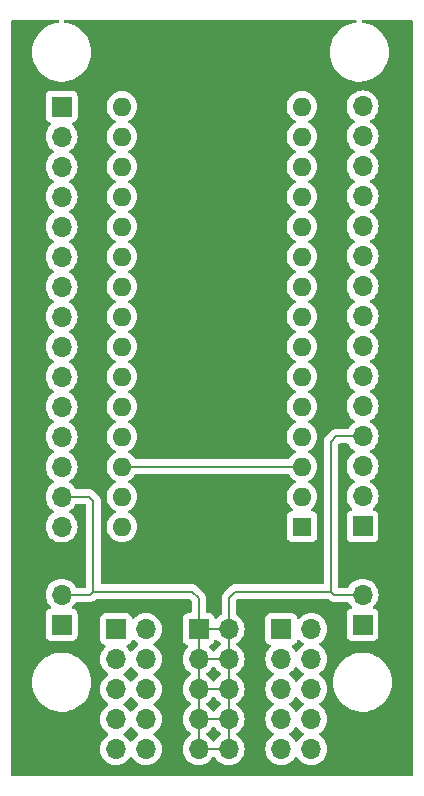
<source format=gbl>
%TF.GenerationSoftware,KiCad,Pcbnew,8.0.5*%
%TF.CreationDate,2024-12-11T17:13:52+10:00*%
%TF.ProjectId,arduino,61726475-696e-46f2-9e6b-696361645f70,rev?*%
%TF.SameCoordinates,Original*%
%TF.FileFunction,Copper,L2,Bot*%
%TF.FilePolarity,Positive*%
%FSLAX46Y46*%
G04 Gerber Fmt 4.6, Leading zero omitted, Abs format (unit mm)*
G04 Created by KiCad (PCBNEW 8.0.5) date 2024-12-11 17:13:52*
%MOMM*%
%LPD*%
G01*
G04 APERTURE LIST*
%TA.AperFunction,ComponentPad*%
%ADD10R,1.700000X1.700000*%
%TD*%
%TA.AperFunction,ComponentPad*%
%ADD11O,1.700000X1.700000*%
%TD*%
%TA.AperFunction,ComponentPad*%
%ADD12R,1.600000X1.600000*%
%TD*%
%TA.AperFunction,ComponentPad*%
%ADD13O,1.600000X1.600000*%
%TD*%
%TA.AperFunction,Conductor*%
%ADD14C,0.200000*%
%TD*%
%ADD15C,0.350000*%
G04 APERTURE END LIST*
D10*
%TO.P,3.3Vbar1,1,Pin_1*%
%TO.N,+3.3V*%
X152500000Y-117980000D03*
D11*
%TO.P,3.3Vbar1,2,Pin_2*%
X155040000Y-117980000D03*
%TO.P,3.3Vbar1,3,Pin_3*%
X152500000Y-120520000D03*
%TO.P,3.3Vbar1,4,Pin_4*%
X155040000Y-120520000D03*
%TO.P,3.3Vbar1,5,Pin_5*%
X152500000Y-123060000D03*
%TO.P,3.3Vbar1,6,Pin_6*%
X155040000Y-123060000D03*
%TO.P,3.3Vbar1,7,Pin_7*%
X152500000Y-125600000D03*
%TO.P,3.3Vbar1,8,Pin_8*%
X155040000Y-125600000D03*
%TO.P,3.3Vbar1,9,Pin_9*%
X152500000Y-128140000D03*
%TO.P,3.3Vbar1,10,Pin_10*%
X155040000Y-128140000D03*
%TD*%
D10*
%TO.P,5Vbar1,1,Pin_1*%
%TO.N,+5V*%
X138500000Y-117980000D03*
D11*
%TO.P,5Vbar1,2,Pin_2*%
X141040000Y-117980000D03*
%TO.P,5Vbar1,3,Pin_3*%
X138500000Y-120520000D03*
%TO.P,5Vbar1,4,Pin_4*%
X141040000Y-120520000D03*
%TO.P,5Vbar1,5,Pin_5*%
X138500000Y-123060000D03*
%TO.P,5Vbar1,6,Pin_6*%
X141040000Y-123060000D03*
%TO.P,5Vbar1,7,Pin_7*%
X138500000Y-125600000D03*
%TO.P,5Vbar1,8,Pin_8*%
X141040000Y-125600000D03*
%TO.P,5Vbar1,9,Pin_9*%
X138500000Y-128140000D03*
%TO.P,5Vbar1,10,Pin_10*%
X141040000Y-128140000D03*
%TD*%
D10*
%TO.P,Expansion1,1,Pin_1*%
%TO.N,D1*%
X159380000Y-109290000D03*
D11*
%TO.P,Expansion1,2,Pin_2*%
%TO.N,D0*%
X159380000Y-106750000D03*
%TO.P,Expansion1,3,Pin_3*%
%TO.N,RST*%
X159380000Y-104210000D03*
%TO.P,Expansion1,4,Pin_4*%
%TO.N,GND*%
X159380000Y-101670000D03*
%TO.P,Expansion1,5,Pin_5*%
%TO.N,D2*%
X159380000Y-99130000D03*
%TO.P,Expansion1,6,Pin_6*%
%TO.N,D3*%
X159380000Y-96590000D03*
%TO.P,Expansion1,7,Pin_7*%
%TO.N,D4*%
X159380000Y-94050000D03*
%TO.P,Expansion1,8,Pin_8*%
%TO.N,D5*%
X159380000Y-91510000D03*
%TO.P,Expansion1,9,Pin_9*%
%TO.N,D6*%
X159380000Y-88970000D03*
%TO.P,Expansion1,10,Pin_10*%
%TO.N,D7*%
X159380000Y-86430000D03*
%TO.P,Expansion1,11,Pin_11*%
%TO.N,D8*%
X159380000Y-83890000D03*
%TO.P,Expansion1,12,Pin_12*%
%TO.N,D9*%
X159380000Y-81350000D03*
%TO.P,Expansion1,13,Pin_13*%
%TO.N,D10*%
X159380000Y-78810000D03*
%TO.P,Expansion1,14,Pin_14*%
%TO.N,D11*%
X159380000Y-76270000D03*
%TO.P,Expansion1,15,Pin_15*%
%TO.N,D12*%
X159380000Y-73730000D03*
%TD*%
D10*
%TO.P,5Vin1,1,Pin_1*%
%TO.N,+5V*%
X133900000Y-117615000D03*
D11*
%TO.P,5Vin1,2,Pin_2*%
%TO.N,GND*%
X133900000Y-115075000D03*
%TD*%
D10*
%TO.P,powerIN2,1,Pin_1*%
%TO.N,+3.3V*%
X159380000Y-117615000D03*
D11*
%TO.P,powerIN2,2,Pin_2*%
%TO.N,GND*%
X159380000Y-115075000D03*
%TD*%
D10*
%TO.P,GNDBar1,1,Pin_1*%
%TO.N,GND*%
X145500000Y-117980000D03*
D11*
%TO.P,GNDBar1,2,Pin_2*%
X148040000Y-117980000D03*
%TO.P,GNDBar1,3,Pin_3*%
X145500000Y-120520000D03*
%TO.P,GNDBar1,4,Pin_4*%
X148040000Y-120520000D03*
%TO.P,GNDBar1,5,Pin_5*%
X145500000Y-123060000D03*
%TO.P,GNDBar1,6,Pin_6*%
X148040000Y-123060000D03*
%TO.P,GNDBar1,7,Pin_7*%
X145500000Y-125600000D03*
%TO.P,GNDBar1,8,Pin_8*%
X148040000Y-125600000D03*
%TO.P,GNDBar1,9,Pin_9*%
X145500000Y-128140000D03*
%TO.P,GNDBar1,10,Pin_10*%
X148040000Y-128140000D03*
%TD*%
D10*
%TO.P,Expansion2,1,Pin_1*%
%TO.N,D13*%
X133900000Y-73740000D03*
D11*
%TO.P,Expansion2,2,Pin_2*%
%TO.N,nano3.3V*%
X133900000Y-76280000D03*
%TO.P,Expansion2,3,Pin_3*%
%TO.N,AREF*%
X133900000Y-78820000D03*
%TO.P,Expansion2,4,Pin_4*%
%TO.N,A0*%
X133900000Y-81360000D03*
%TO.P,Expansion2,5,Pin_5*%
%TO.N,A1*%
X133900000Y-83900000D03*
%TO.P,Expansion2,6,Pin_6*%
%TO.N,A2*%
X133900000Y-86440000D03*
%TO.P,Expansion2,7,Pin_7*%
%TO.N,A3*%
X133900000Y-88980000D03*
%TO.P,Expansion2,8,Pin_8*%
%TO.N,A4*%
X133900000Y-91520000D03*
%TO.P,Expansion2,9,Pin_9*%
%TO.N,A5*%
X133900000Y-94060000D03*
%TO.P,Expansion2,10,Pin_10*%
%TO.N,A6*%
X133900000Y-96600000D03*
%TO.P,Expansion2,11,Pin_11*%
%TO.N,A7*%
X133900000Y-99140000D03*
%TO.P,Expansion2,12,Pin_12*%
%TO.N,nano5V*%
X133900000Y-101680000D03*
%TO.P,Expansion2,13,Pin_13*%
%TO.N,RST*%
X133900000Y-104220000D03*
%TO.P,Expansion2,14,Pin_14*%
%TO.N,GND*%
X133900000Y-106760000D03*
%TO.P,Expansion2,15,Pin_15*%
%TO.N,+5V*%
X133900000Y-109300000D03*
%TD*%
D12*
%TO.P,ArduinoNano1,1,D1/TX*%
%TO.N,D1*%
X154250000Y-109300000D03*
D13*
%TO.P,ArduinoNano1,2,D0/RX*%
%TO.N,D0*%
X154250000Y-106760000D03*
%TO.P,ArduinoNano1,3,~{RESET}*%
%TO.N,RST*%
X154250000Y-104220000D03*
%TO.P,ArduinoNano1,4,GND*%
%TO.N,GND*%
X154250000Y-101680000D03*
%TO.P,ArduinoNano1,5,D2*%
%TO.N,D2*%
X154250000Y-99140000D03*
%TO.P,ArduinoNano1,6,D3*%
%TO.N,D3*%
X154250000Y-96600000D03*
%TO.P,ArduinoNano1,7,D4*%
%TO.N,D4*%
X154250000Y-94060000D03*
%TO.P,ArduinoNano1,8,D5*%
%TO.N,D5*%
X154250000Y-91520000D03*
%TO.P,ArduinoNano1,9,D6*%
%TO.N,D6*%
X154250000Y-88980000D03*
%TO.P,ArduinoNano1,10,D7*%
%TO.N,D7*%
X154250000Y-86440000D03*
%TO.P,ArduinoNano1,11,D8*%
%TO.N,D8*%
X154250000Y-83900000D03*
%TO.P,ArduinoNano1,12,D9*%
%TO.N,D9*%
X154250000Y-81360000D03*
%TO.P,ArduinoNano1,13,D10*%
%TO.N,D10*%
X154250000Y-78820000D03*
%TO.P,ArduinoNano1,14,D11*%
%TO.N,D11*%
X154250000Y-76280000D03*
%TO.P,ArduinoNano1,15,D12*%
%TO.N,D12*%
X154250000Y-73740000D03*
%TO.P,ArduinoNano1,16,D13*%
%TO.N,D13*%
X139010000Y-73740000D03*
%TO.P,ArduinoNano1,17,3V3*%
%TO.N,nano3.3V*%
X139010000Y-76280000D03*
%TO.P,ArduinoNano1,18,AREF*%
%TO.N,AREF*%
X139010000Y-78820000D03*
%TO.P,ArduinoNano1,19,A0*%
%TO.N,A0*%
X139010000Y-81360000D03*
%TO.P,ArduinoNano1,20,A1*%
%TO.N,A1*%
X139010000Y-83900000D03*
%TO.P,ArduinoNano1,21,A2*%
%TO.N,A2*%
X139010000Y-86440000D03*
%TO.P,ArduinoNano1,22,A3*%
%TO.N,A3*%
X139010000Y-88980000D03*
%TO.P,ArduinoNano1,23,A4*%
%TO.N,A4*%
X139010000Y-91520000D03*
%TO.P,ArduinoNano1,24,A5*%
%TO.N,A5*%
X139010000Y-94060000D03*
%TO.P,ArduinoNano1,25,A6*%
%TO.N,A6*%
X139010000Y-96600000D03*
%TO.P,ArduinoNano1,26,A7*%
%TO.N,A7*%
X139010000Y-99140000D03*
%TO.P,ArduinoNano1,27,+5V*%
%TO.N,nano5V*%
X139010000Y-101680000D03*
%TO.P,ArduinoNano1,28,~{RESET}*%
%TO.N,RST*%
X139010000Y-104220000D03*
%TO.P,ArduinoNano1,29,GND*%
%TO.N,GND*%
X139010000Y-106760000D03*
%TO.P,ArduinoNano1,30,VIN*%
%TO.N,+5V*%
X139010000Y-109300000D03*
%TD*%
D14*
%TO.N,GND*%
X148040000Y-117980000D02*
X148040000Y-115342500D01*
X148040000Y-128140000D02*
X148040000Y-117980000D01*
X148040000Y-125600000D02*
X145500000Y-125600000D01*
X145500000Y-123060000D02*
X148040000Y-123060000D01*
X145500000Y-115322500D02*
X144980000Y-114802500D01*
X145500000Y-128140000D02*
X148040000Y-128140000D01*
X154260000Y-101670000D02*
X154250000Y-101680000D01*
X157130000Y-101670000D02*
X159380000Y-101670000D01*
X136245000Y-106760000D02*
X136600000Y-107115000D01*
X159100000Y-115075000D02*
X156952500Y-115075000D01*
X145500000Y-117980000D02*
X148040000Y-117980000D01*
X156680000Y-102120000D02*
X157130000Y-101670000D01*
X136600000Y-114802500D02*
X144980000Y-114802500D01*
X136600000Y-114802500D02*
X136600000Y-107115000D01*
X148040000Y-120520000D02*
X145500000Y-120520000D01*
X156680000Y-114802500D02*
X156680000Y-102120000D01*
X133900000Y-106760000D02*
X136245000Y-106760000D01*
X145500000Y-117980000D02*
X145500000Y-115322500D01*
X148040000Y-115342500D02*
X148580000Y-114802500D01*
X133900000Y-115075000D02*
X136327500Y-115075000D01*
X136327500Y-115075000D02*
X136600000Y-114802500D01*
X145500000Y-117980000D02*
X145500000Y-128140000D01*
X148580000Y-114802500D02*
X156680000Y-114802500D01*
X156952500Y-115075000D02*
X156680000Y-114802500D01*
%TO.N,RST*%
X139010000Y-104220000D02*
X154250000Y-104220000D01*
%TD*%
%TA.AperFunction,NonConductor*%
G36*
X133638851Y-66431785D02*
G01*
X133684606Y-66484589D01*
X133694550Y-66553747D01*
X133665525Y-66617303D01*
X133606747Y-66655077D01*
X133587353Y-66659122D01*
X133430536Y-66678932D01*
X133430523Y-66678934D01*
X133125774Y-66757180D01*
X133125771Y-66757181D01*
X132833242Y-66873001D01*
X132833241Y-66873002D01*
X132557516Y-67024584D01*
X132557504Y-67024591D01*
X132302978Y-67209515D01*
X132302968Y-67209523D01*
X132073608Y-67424907D01*
X132073606Y-67424909D01*
X131873054Y-67667334D01*
X131873051Y-67667338D01*
X131704464Y-67932990D01*
X131704461Y-67932996D01*
X131570499Y-68217678D01*
X131570497Y-68217683D01*
X131473270Y-68516916D01*
X131414311Y-68825988D01*
X131414310Y-68825995D01*
X131394556Y-69139994D01*
X131394556Y-69140005D01*
X131414310Y-69454004D01*
X131414311Y-69454011D01*
X131473270Y-69763083D01*
X131570497Y-70062316D01*
X131570499Y-70062321D01*
X131704461Y-70347003D01*
X131704464Y-70347009D01*
X131873051Y-70612661D01*
X131873054Y-70612665D01*
X132073606Y-70855090D01*
X132073608Y-70855092D01*
X132302968Y-71070476D01*
X132302978Y-71070484D01*
X132557504Y-71255408D01*
X132557509Y-71255410D01*
X132557516Y-71255416D01*
X132833234Y-71406994D01*
X132833239Y-71406996D01*
X132833241Y-71406997D01*
X132833242Y-71406998D01*
X133125771Y-71522818D01*
X133125774Y-71522819D01*
X133430523Y-71601065D01*
X133430527Y-71601066D01*
X133496010Y-71609338D01*
X133742670Y-71640499D01*
X133742679Y-71640499D01*
X133742682Y-71640500D01*
X133742684Y-71640500D01*
X134057316Y-71640500D01*
X134057318Y-71640500D01*
X134057321Y-71640499D01*
X134057329Y-71640499D01*
X134243593Y-71616968D01*
X134369473Y-71601066D01*
X134674225Y-71522819D01*
X134674228Y-71522818D01*
X134966757Y-71406998D01*
X134966758Y-71406997D01*
X134966756Y-71406997D01*
X134966766Y-71406994D01*
X135242484Y-71255416D01*
X135497030Y-71070478D01*
X135726390Y-70855094D01*
X135926947Y-70612663D01*
X136095537Y-70347007D01*
X136229503Y-70062315D01*
X136326731Y-69763079D01*
X136385688Y-69454015D01*
X136405444Y-69140000D01*
X136389916Y-68893190D01*
X136385689Y-68825995D01*
X136385688Y-68825988D01*
X136385688Y-68825985D01*
X136326731Y-68516921D01*
X136229503Y-68217685D01*
X136095537Y-67932993D01*
X135926947Y-67667337D01*
X135908983Y-67645622D01*
X135726393Y-67424909D01*
X135726391Y-67424907D01*
X135497031Y-67209523D01*
X135497021Y-67209515D01*
X135242495Y-67024591D01*
X135242488Y-67024586D01*
X135242484Y-67024584D01*
X134966766Y-66873006D01*
X134966763Y-66873004D01*
X134966758Y-66873002D01*
X134966757Y-66873001D01*
X134674228Y-66757181D01*
X134674225Y-66757180D01*
X134369476Y-66678934D01*
X134369463Y-66678932D01*
X134212647Y-66659122D01*
X134148603Y-66631191D01*
X134109827Y-66573068D01*
X134108630Y-66503209D01*
X134145391Y-66443792D01*
X134208440Y-66413683D01*
X134228188Y-66412100D01*
X158771812Y-66412100D01*
X158838851Y-66431785D01*
X158884606Y-66484589D01*
X158894550Y-66553747D01*
X158865525Y-66617303D01*
X158806747Y-66655077D01*
X158787353Y-66659122D01*
X158630536Y-66678932D01*
X158630523Y-66678934D01*
X158325774Y-66757180D01*
X158325771Y-66757181D01*
X158033242Y-66873001D01*
X158033241Y-66873002D01*
X157757516Y-67024584D01*
X157757504Y-67024591D01*
X157502978Y-67209515D01*
X157502968Y-67209523D01*
X157273608Y-67424907D01*
X157273606Y-67424909D01*
X157073054Y-67667334D01*
X157073051Y-67667338D01*
X156904464Y-67932990D01*
X156904461Y-67932996D01*
X156770499Y-68217678D01*
X156770497Y-68217683D01*
X156673270Y-68516916D01*
X156614311Y-68825988D01*
X156614310Y-68825995D01*
X156594556Y-69139994D01*
X156594556Y-69140005D01*
X156614310Y-69454004D01*
X156614311Y-69454011D01*
X156673270Y-69763083D01*
X156770497Y-70062316D01*
X156770499Y-70062321D01*
X156904461Y-70347003D01*
X156904464Y-70347009D01*
X157073051Y-70612661D01*
X157073054Y-70612665D01*
X157273606Y-70855090D01*
X157273608Y-70855092D01*
X157502968Y-71070476D01*
X157502978Y-71070484D01*
X157757504Y-71255408D01*
X157757509Y-71255410D01*
X157757516Y-71255416D01*
X158033234Y-71406994D01*
X158033239Y-71406996D01*
X158033241Y-71406997D01*
X158033242Y-71406998D01*
X158325771Y-71522818D01*
X158325774Y-71522819D01*
X158630523Y-71601065D01*
X158630527Y-71601066D01*
X158696010Y-71609338D01*
X158942670Y-71640499D01*
X158942679Y-71640499D01*
X158942682Y-71640500D01*
X158942684Y-71640500D01*
X159257316Y-71640500D01*
X159257318Y-71640500D01*
X159257321Y-71640499D01*
X159257329Y-71640499D01*
X159443593Y-71616968D01*
X159569473Y-71601066D01*
X159874225Y-71522819D01*
X159874228Y-71522818D01*
X160166757Y-71406998D01*
X160166758Y-71406997D01*
X160166756Y-71406997D01*
X160166766Y-71406994D01*
X160442484Y-71255416D01*
X160697030Y-71070478D01*
X160926390Y-70855094D01*
X161126947Y-70612663D01*
X161295537Y-70347007D01*
X161429503Y-70062315D01*
X161526731Y-69763079D01*
X161585688Y-69454015D01*
X161605444Y-69140000D01*
X161589916Y-68893190D01*
X161585689Y-68825995D01*
X161585688Y-68825988D01*
X161585688Y-68825985D01*
X161526731Y-68516921D01*
X161429503Y-68217685D01*
X161295537Y-67932993D01*
X161126947Y-67667337D01*
X161108983Y-67645622D01*
X160926393Y-67424909D01*
X160926391Y-67424907D01*
X160697031Y-67209523D01*
X160697021Y-67209515D01*
X160442495Y-67024591D01*
X160442488Y-67024586D01*
X160442484Y-67024584D01*
X160166766Y-66873006D01*
X160166763Y-66873004D01*
X160166758Y-66873002D01*
X160166757Y-66873001D01*
X159874228Y-66757181D01*
X159874225Y-66757180D01*
X159569476Y-66678934D01*
X159569463Y-66678932D01*
X159412647Y-66659122D01*
X159348603Y-66631191D01*
X159309827Y-66573068D01*
X159308630Y-66503209D01*
X159345391Y-66443792D01*
X159408440Y-66413683D01*
X159428188Y-66412100D01*
X163515500Y-66412100D01*
X163582539Y-66431785D01*
X163628294Y-66484589D01*
X163639500Y-66536100D01*
X163639500Y-130287100D01*
X163619815Y-130354139D01*
X163567011Y-130399894D01*
X163515500Y-130411100D01*
X129764500Y-130411100D01*
X129697461Y-130391415D01*
X129651706Y-130338611D01*
X129640500Y-130287100D01*
X129640500Y-122489994D01*
X131394556Y-122489994D01*
X131394556Y-122490005D01*
X131414310Y-122804004D01*
X131414311Y-122804011D01*
X131414312Y-122804015D01*
X131463143Y-123059999D01*
X131473270Y-123113083D01*
X131570497Y-123412316D01*
X131570499Y-123412321D01*
X131704461Y-123697003D01*
X131704464Y-123697009D01*
X131873051Y-123962661D01*
X131873054Y-123962665D01*
X132073606Y-124205090D01*
X132073608Y-124205092D01*
X132302968Y-124420476D01*
X132302978Y-124420484D01*
X132557504Y-124605408D01*
X132557509Y-124605410D01*
X132557516Y-124605416D01*
X132833234Y-124756994D01*
X132833239Y-124756996D01*
X132833241Y-124756997D01*
X132833242Y-124756998D01*
X133125771Y-124872818D01*
X133125774Y-124872819D01*
X133430523Y-124951065D01*
X133430527Y-124951066D01*
X133483698Y-124957783D01*
X133742670Y-124990499D01*
X133742679Y-124990499D01*
X133742682Y-124990500D01*
X133742684Y-124990500D01*
X134057316Y-124990500D01*
X134057318Y-124990500D01*
X134057321Y-124990499D01*
X134057329Y-124990499D01*
X134259355Y-124964977D01*
X134369473Y-124951066D01*
X134674225Y-124872819D01*
X134674228Y-124872818D01*
X134966757Y-124756998D01*
X134966758Y-124756997D01*
X134966756Y-124756997D01*
X134966766Y-124756994D01*
X135242484Y-124605416D01*
X135497030Y-124420478D01*
X135726390Y-124205094D01*
X135926947Y-123962663D01*
X136095537Y-123697007D01*
X136229503Y-123412315D01*
X136326731Y-123113079D01*
X136385688Y-122804015D01*
X136389916Y-122736810D01*
X136405444Y-122490005D01*
X136405444Y-122489994D01*
X136385689Y-122175995D01*
X136385688Y-122175988D01*
X136385688Y-122175985D01*
X136326731Y-121866921D01*
X136229503Y-121567685D01*
X136095537Y-121282993D01*
X136034330Y-121186546D01*
X135926948Y-121017338D01*
X135926945Y-121017334D01*
X135726393Y-120774909D01*
X135726391Y-120774907D01*
X135497031Y-120559523D01*
X135497021Y-120559515D01*
X135442632Y-120519999D01*
X137144341Y-120519999D01*
X137144341Y-120520000D01*
X137164936Y-120755403D01*
X137164938Y-120755413D01*
X137226094Y-120983655D01*
X137226096Y-120983659D01*
X137226097Y-120983663D01*
X137306004Y-121155023D01*
X137325965Y-121197830D01*
X137325967Y-121197834D01*
X137385599Y-121282996D01*
X137461501Y-121391396D01*
X137461506Y-121391402D01*
X137628597Y-121558493D01*
X137628603Y-121558498D01*
X137814158Y-121688425D01*
X137857783Y-121743002D01*
X137864977Y-121812500D01*
X137833454Y-121874855D01*
X137814158Y-121891575D01*
X137628597Y-122021505D01*
X137461505Y-122188597D01*
X137325965Y-122382169D01*
X137325964Y-122382171D01*
X137226098Y-122596335D01*
X137226094Y-122596344D01*
X137164938Y-122824586D01*
X137164936Y-122824596D01*
X137144341Y-123059999D01*
X137144341Y-123060000D01*
X137164936Y-123295403D01*
X137164938Y-123295413D01*
X137226094Y-123523655D01*
X137226096Y-123523659D01*
X137226097Y-123523663D01*
X137306004Y-123695023D01*
X137325965Y-123737830D01*
X137325967Y-123737834D01*
X137434281Y-123892521D01*
X137461501Y-123931396D01*
X137461506Y-123931402D01*
X137628597Y-124098493D01*
X137628603Y-124098498D01*
X137814158Y-124228425D01*
X137857783Y-124283002D01*
X137864977Y-124352500D01*
X137833454Y-124414855D01*
X137814158Y-124431575D01*
X137628597Y-124561505D01*
X137461505Y-124728597D01*
X137325965Y-124922169D01*
X137325964Y-124922171D01*
X137226098Y-125136335D01*
X137226094Y-125136344D01*
X137164938Y-125364586D01*
X137164936Y-125364596D01*
X137144341Y-125599999D01*
X137144341Y-125600000D01*
X137164936Y-125835403D01*
X137164938Y-125835413D01*
X137226094Y-126063655D01*
X137226096Y-126063659D01*
X137226097Y-126063663D01*
X137306004Y-126235023D01*
X137325965Y-126277830D01*
X137325967Y-126277834D01*
X137434281Y-126432521D01*
X137461501Y-126471396D01*
X137461506Y-126471402D01*
X137628597Y-126638493D01*
X137628603Y-126638498D01*
X137814158Y-126768425D01*
X137857783Y-126823002D01*
X137864977Y-126892500D01*
X137833454Y-126954855D01*
X137814158Y-126971575D01*
X137628597Y-127101505D01*
X137461505Y-127268597D01*
X137325965Y-127462169D01*
X137325964Y-127462171D01*
X137226098Y-127676335D01*
X137226094Y-127676344D01*
X137164938Y-127904586D01*
X137164936Y-127904596D01*
X137144341Y-128139999D01*
X137144341Y-128140000D01*
X137164936Y-128375403D01*
X137164938Y-128375413D01*
X137226094Y-128603655D01*
X137226096Y-128603659D01*
X137226097Y-128603663D01*
X137306004Y-128775023D01*
X137325965Y-128817830D01*
X137325967Y-128817834D01*
X137434281Y-128972521D01*
X137461505Y-129011401D01*
X137628599Y-129178495D01*
X137725384Y-129246265D01*
X137822165Y-129314032D01*
X137822167Y-129314033D01*
X137822170Y-129314035D01*
X138036337Y-129413903D01*
X138264592Y-129475063D01*
X138452918Y-129491539D01*
X138499999Y-129495659D01*
X138500000Y-129495659D01*
X138500001Y-129495659D01*
X138539234Y-129492226D01*
X138735408Y-129475063D01*
X138963663Y-129413903D01*
X139177830Y-129314035D01*
X139371401Y-129178495D01*
X139538495Y-129011401D01*
X139668425Y-128825842D01*
X139723002Y-128782217D01*
X139792500Y-128775023D01*
X139854855Y-128806546D01*
X139871575Y-128825842D01*
X140001500Y-129011395D01*
X140001505Y-129011401D01*
X140168599Y-129178495D01*
X140265384Y-129246265D01*
X140362165Y-129314032D01*
X140362167Y-129314033D01*
X140362170Y-129314035D01*
X140576337Y-129413903D01*
X140804592Y-129475063D01*
X140992918Y-129491539D01*
X141039999Y-129495659D01*
X141040000Y-129495659D01*
X141040001Y-129495659D01*
X141079234Y-129492226D01*
X141275408Y-129475063D01*
X141503663Y-129413903D01*
X141717830Y-129314035D01*
X141911401Y-129178495D01*
X142078495Y-129011401D01*
X142214035Y-128817830D01*
X142313903Y-128603663D01*
X142375063Y-128375408D01*
X142395659Y-128140000D01*
X142375063Y-127904592D01*
X142313903Y-127676337D01*
X142214035Y-127462171D01*
X142208425Y-127454158D01*
X142078494Y-127268597D01*
X141911402Y-127101506D01*
X141911396Y-127101501D01*
X141725842Y-126971575D01*
X141682217Y-126916998D01*
X141675023Y-126847500D01*
X141706546Y-126785145D01*
X141725842Y-126768425D01*
X141748026Y-126752891D01*
X141911401Y-126638495D01*
X142078495Y-126471401D01*
X142214035Y-126277830D01*
X142313903Y-126063663D01*
X142375063Y-125835408D01*
X142395659Y-125600000D01*
X142375063Y-125364592D01*
X142313903Y-125136337D01*
X142214035Y-124922171D01*
X142208425Y-124914158D01*
X142078494Y-124728597D01*
X141911402Y-124561506D01*
X141911396Y-124561501D01*
X141725842Y-124431575D01*
X141682217Y-124376998D01*
X141675023Y-124307500D01*
X141706546Y-124245145D01*
X141725842Y-124228425D01*
X141759168Y-124205090D01*
X141911401Y-124098495D01*
X142078495Y-123931401D01*
X142214035Y-123737830D01*
X142313903Y-123523663D01*
X142375063Y-123295408D01*
X142395659Y-123060000D01*
X142375063Y-122824592D01*
X142313903Y-122596337D01*
X142214035Y-122382171D01*
X142208425Y-122374158D01*
X142078494Y-122188597D01*
X141911402Y-122021506D01*
X141911396Y-122021501D01*
X141725842Y-121891575D01*
X141682217Y-121836998D01*
X141675023Y-121767500D01*
X141706546Y-121705145D01*
X141725842Y-121688425D01*
X141898286Y-121567678D01*
X141911401Y-121558495D01*
X142078495Y-121391401D01*
X142214035Y-121197830D01*
X142313903Y-120983663D01*
X142375063Y-120755408D01*
X142395659Y-120520000D01*
X142375063Y-120284592D01*
X142313903Y-120056337D01*
X142214035Y-119842171D01*
X142208425Y-119834158D01*
X142078494Y-119648597D01*
X141911402Y-119481506D01*
X141911396Y-119481501D01*
X141725842Y-119351575D01*
X141682217Y-119296998D01*
X141675023Y-119227500D01*
X141706546Y-119165145D01*
X141725842Y-119148425D01*
X141748026Y-119132891D01*
X141911401Y-119018495D01*
X142078495Y-118851401D01*
X142214035Y-118657830D01*
X142313903Y-118443663D01*
X142375063Y-118215408D01*
X142395659Y-117980000D01*
X142375063Y-117744592D01*
X142313903Y-117516337D01*
X142214035Y-117302171D01*
X142078495Y-117108599D01*
X142078494Y-117108597D01*
X141911402Y-116941506D01*
X141911395Y-116941501D01*
X141717834Y-116805967D01*
X141717830Y-116805965D01*
X141712085Y-116803286D01*
X141503663Y-116706097D01*
X141503659Y-116706096D01*
X141503655Y-116706094D01*
X141275413Y-116644938D01*
X141275403Y-116644936D01*
X141040001Y-116624341D01*
X141039999Y-116624341D01*
X140804596Y-116644936D01*
X140804586Y-116644938D01*
X140576344Y-116706094D01*
X140576335Y-116706098D01*
X140362171Y-116805964D01*
X140362169Y-116805965D01*
X140168600Y-116941503D01*
X140046673Y-117063430D01*
X139985350Y-117096914D01*
X139915658Y-117091930D01*
X139859725Y-117050058D01*
X139842810Y-117019081D01*
X139793797Y-116887671D01*
X139793793Y-116887664D01*
X139707547Y-116772455D01*
X139707544Y-116772452D01*
X139592335Y-116686206D01*
X139592328Y-116686202D01*
X139457482Y-116635908D01*
X139457483Y-116635908D01*
X139397883Y-116629501D01*
X139397881Y-116629500D01*
X139397873Y-116629500D01*
X139397864Y-116629500D01*
X137602129Y-116629500D01*
X137602123Y-116629501D01*
X137542516Y-116635908D01*
X137407671Y-116686202D01*
X137407664Y-116686206D01*
X137292455Y-116772452D01*
X137292452Y-116772455D01*
X137206206Y-116887664D01*
X137206202Y-116887671D01*
X137155908Y-117022517D01*
X137149501Y-117082116D01*
X137149500Y-117082135D01*
X137149500Y-118877870D01*
X137149501Y-118877876D01*
X137155908Y-118937483D01*
X137206202Y-119072328D01*
X137206206Y-119072335D01*
X137292452Y-119187544D01*
X137292455Y-119187547D01*
X137407664Y-119273793D01*
X137407671Y-119273797D01*
X137539081Y-119322810D01*
X137595015Y-119364681D01*
X137619432Y-119430145D01*
X137604580Y-119498418D01*
X137583430Y-119526673D01*
X137461503Y-119648600D01*
X137325965Y-119842169D01*
X137325964Y-119842171D01*
X137226098Y-120056335D01*
X137226094Y-120056344D01*
X137164938Y-120284586D01*
X137164936Y-120284596D01*
X137144341Y-120519999D01*
X135442632Y-120519999D01*
X135242495Y-120374591D01*
X135242488Y-120374586D01*
X135242484Y-120374584D01*
X134966766Y-120223006D01*
X134966763Y-120223004D01*
X134966758Y-120223002D01*
X134966757Y-120223001D01*
X134674228Y-120107181D01*
X134674225Y-120107180D01*
X134369476Y-120028934D01*
X134369463Y-120028932D01*
X134057329Y-119989500D01*
X134057318Y-119989500D01*
X133742682Y-119989500D01*
X133742670Y-119989500D01*
X133430536Y-120028932D01*
X133430523Y-120028934D01*
X133125774Y-120107180D01*
X133125771Y-120107181D01*
X132833242Y-120223001D01*
X132833241Y-120223002D01*
X132557516Y-120374584D01*
X132557504Y-120374591D01*
X132302978Y-120559515D01*
X132302968Y-120559523D01*
X132073608Y-120774907D01*
X132073606Y-120774909D01*
X131873054Y-121017334D01*
X131873051Y-121017338D01*
X131704464Y-121282990D01*
X131704461Y-121282996D01*
X131570499Y-121567678D01*
X131570497Y-121567683D01*
X131473270Y-121866916D01*
X131414311Y-122175988D01*
X131414310Y-122175995D01*
X131394556Y-122489994D01*
X129640500Y-122489994D01*
X129640500Y-76279999D01*
X132544341Y-76279999D01*
X132544341Y-76280000D01*
X132564936Y-76515403D01*
X132564938Y-76515413D01*
X132626094Y-76743655D01*
X132626096Y-76743659D01*
X132626097Y-76743663D01*
X132714262Y-76932732D01*
X132725965Y-76957830D01*
X132725967Y-76957834D01*
X132861501Y-77151395D01*
X132861506Y-77151402D01*
X133028597Y-77318493D01*
X133028603Y-77318498D01*
X133214158Y-77448425D01*
X133257783Y-77503002D01*
X133264977Y-77572500D01*
X133233454Y-77634855D01*
X133214158Y-77651575D01*
X133028597Y-77781505D01*
X132861505Y-77948597D01*
X132725965Y-78142169D01*
X132725964Y-78142171D01*
X132626098Y-78356335D01*
X132626094Y-78356344D01*
X132564938Y-78584586D01*
X132564936Y-78584596D01*
X132544341Y-78819999D01*
X132544341Y-78820000D01*
X132564936Y-79055403D01*
X132564938Y-79055413D01*
X132626094Y-79283655D01*
X132626096Y-79283659D01*
X132626097Y-79283663D01*
X132714262Y-79472732D01*
X132725965Y-79497830D01*
X132725967Y-79497834D01*
X132861501Y-79691395D01*
X132861506Y-79691402D01*
X133028597Y-79858493D01*
X133028603Y-79858498D01*
X133214158Y-79988425D01*
X133257783Y-80043002D01*
X133264977Y-80112500D01*
X133233454Y-80174855D01*
X133214158Y-80191575D01*
X133028597Y-80321505D01*
X132861505Y-80488597D01*
X132725965Y-80682169D01*
X132725964Y-80682171D01*
X132626098Y-80896335D01*
X132626094Y-80896344D01*
X132564938Y-81124586D01*
X132564936Y-81124596D01*
X132544341Y-81359999D01*
X132544341Y-81360000D01*
X132564936Y-81595403D01*
X132564938Y-81595413D01*
X132626094Y-81823655D01*
X132626096Y-81823659D01*
X132626097Y-81823663D01*
X132714262Y-82012732D01*
X132725965Y-82037830D01*
X132725967Y-82037834D01*
X132861501Y-82231395D01*
X132861506Y-82231402D01*
X133028597Y-82398493D01*
X133028603Y-82398498D01*
X133214158Y-82528425D01*
X133257783Y-82583002D01*
X133264977Y-82652500D01*
X133233454Y-82714855D01*
X133214158Y-82731575D01*
X133028597Y-82861505D01*
X132861505Y-83028597D01*
X132725965Y-83222169D01*
X132725964Y-83222171D01*
X132626098Y-83436335D01*
X132626094Y-83436344D01*
X132564938Y-83664586D01*
X132564936Y-83664596D01*
X132544341Y-83899999D01*
X132544341Y-83900000D01*
X132564936Y-84135403D01*
X132564938Y-84135413D01*
X132626094Y-84363655D01*
X132626096Y-84363659D01*
X132626097Y-84363663D01*
X132714262Y-84552732D01*
X132725965Y-84577830D01*
X132725967Y-84577834D01*
X132861501Y-84771395D01*
X132861506Y-84771402D01*
X133028597Y-84938493D01*
X133028603Y-84938498D01*
X133214158Y-85068425D01*
X133257783Y-85123002D01*
X133264977Y-85192500D01*
X133233454Y-85254855D01*
X133214158Y-85271575D01*
X133028597Y-85401505D01*
X132861505Y-85568597D01*
X132725965Y-85762169D01*
X132725964Y-85762171D01*
X132626098Y-85976335D01*
X132626094Y-85976344D01*
X132564938Y-86204586D01*
X132564936Y-86204596D01*
X132544341Y-86439999D01*
X132544341Y-86440000D01*
X132564936Y-86675403D01*
X132564938Y-86675413D01*
X132626094Y-86903655D01*
X132626096Y-86903659D01*
X132626097Y-86903663D01*
X132714262Y-87092732D01*
X132725965Y-87117830D01*
X132725967Y-87117834D01*
X132861501Y-87311395D01*
X132861506Y-87311402D01*
X133028597Y-87478493D01*
X133028603Y-87478498D01*
X133214158Y-87608425D01*
X133257783Y-87663002D01*
X133264977Y-87732500D01*
X133233454Y-87794855D01*
X133214158Y-87811575D01*
X133028597Y-87941505D01*
X132861505Y-88108597D01*
X132725965Y-88302169D01*
X132725964Y-88302171D01*
X132626098Y-88516335D01*
X132626094Y-88516344D01*
X132564938Y-88744586D01*
X132564936Y-88744596D01*
X132544341Y-88979999D01*
X132544341Y-88980000D01*
X132564936Y-89215403D01*
X132564938Y-89215413D01*
X132626094Y-89443655D01*
X132626096Y-89443659D01*
X132626097Y-89443663D01*
X132714262Y-89632732D01*
X132725965Y-89657830D01*
X132725967Y-89657834D01*
X132861501Y-89851395D01*
X132861506Y-89851402D01*
X133028597Y-90018493D01*
X133028603Y-90018498D01*
X133214158Y-90148425D01*
X133257783Y-90203002D01*
X133264977Y-90272500D01*
X133233454Y-90334855D01*
X133214158Y-90351575D01*
X133028597Y-90481505D01*
X132861505Y-90648597D01*
X132725965Y-90842169D01*
X132725964Y-90842171D01*
X132626098Y-91056335D01*
X132626094Y-91056344D01*
X132564938Y-91284586D01*
X132564936Y-91284596D01*
X132544341Y-91519999D01*
X132544341Y-91520000D01*
X132564936Y-91755403D01*
X132564938Y-91755413D01*
X132626094Y-91983655D01*
X132626096Y-91983659D01*
X132626097Y-91983663D01*
X132714262Y-92172732D01*
X132725965Y-92197830D01*
X132725967Y-92197834D01*
X132861501Y-92391395D01*
X132861506Y-92391402D01*
X133028597Y-92558493D01*
X133028603Y-92558498D01*
X133214158Y-92688425D01*
X133257783Y-92743002D01*
X133264977Y-92812500D01*
X133233454Y-92874855D01*
X133214158Y-92891575D01*
X133028597Y-93021505D01*
X132861505Y-93188597D01*
X132725965Y-93382169D01*
X132725964Y-93382171D01*
X132626098Y-93596335D01*
X132626094Y-93596344D01*
X132564938Y-93824586D01*
X132564936Y-93824596D01*
X132544341Y-94059999D01*
X132544341Y-94060000D01*
X132564936Y-94295403D01*
X132564938Y-94295413D01*
X132626094Y-94523655D01*
X132626096Y-94523659D01*
X132626097Y-94523663D01*
X132714262Y-94712732D01*
X132725965Y-94737830D01*
X132725967Y-94737834D01*
X132861501Y-94931395D01*
X132861506Y-94931402D01*
X133028597Y-95098493D01*
X133028603Y-95098498D01*
X133214158Y-95228425D01*
X133257783Y-95283002D01*
X133264977Y-95352500D01*
X133233454Y-95414855D01*
X133214158Y-95431575D01*
X133028597Y-95561505D01*
X132861505Y-95728597D01*
X132725965Y-95922169D01*
X132725964Y-95922171D01*
X132626098Y-96136335D01*
X132626094Y-96136344D01*
X132564938Y-96364586D01*
X132564936Y-96364596D01*
X132544341Y-96599999D01*
X132544341Y-96600000D01*
X132564936Y-96835403D01*
X132564938Y-96835413D01*
X132626094Y-97063655D01*
X132626096Y-97063659D01*
X132626097Y-97063663D01*
X132714262Y-97252732D01*
X132725965Y-97277830D01*
X132725967Y-97277834D01*
X132861501Y-97471395D01*
X132861506Y-97471402D01*
X133028597Y-97638493D01*
X133028603Y-97638498D01*
X133214158Y-97768425D01*
X133257783Y-97823002D01*
X133264977Y-97892500D01*
X133233454Y-97954855D01*
X133214158Y-97971575D01*
X133028597Y-98101505D01*
X132861505Y-98268597D01*
X132725965Y-98462169D01*
X132725964Y-98462171D01*
X132626098Y-98676335D01*
X132626094Y-98676344D01*
X132564938Y-98904586D01*
X132564936Y-98904596D01*
X132544341Y-99139999D01*
X132544341Y-99140000D01*
X132564936Y-99375403D01*
X132564938Y-99375413D01*
X132626094Y-99603655D01*
X132626096Y-99603659D01*
X132626097Y-99603663D01*
X132714262Y-99792732D01*
X132725965Y-99817830D01*
X132725967Y-99817834D01*
X132861501Y-100011395D01*
X132861506Y-100011402D01*
X133028597Y-100178493D01*
X133028603Y-100178498D01*
X133214158Y-100308425D01*
X133257783Y-100363002D01*
X133264977Y-100432500D01*
X133233454Y-100494855D01*
X133214158Y-100511575D01*
X133028597Y-100641505D01*
X132861505Y-100808597D01*
X132725965Y-101002169D01*
X132725964Y-101002171D01*
X132626098Y-101216335D01*
X132626094Y-101216344D01*
X132564938Y-101444586D01*
X132564936Y-101444596D01*
X132544341Y-101679999D01*
X132544341Y-101680000D01*
X132564936Y-101915403D01*
X132564938Y-101915413D01*
X132626094Y-102143655D01*
X132626096Y-102143659D01*
X132626097Y-102143663D01*
X132721302Y-102347830D01*
X132725965Y-102357830D01*
X132725967Y-102357834D01*
X132861501Y-102551395D01*
X132861506Y-102551402D01*
X133028597Y-102718493D01*
X133028603Y-102718498D01*
X133214158Y-102848425D01*
X133257783Y-102903002D01*
X133264977Y-102972500D01*
X133233454Y-103034855D01*
X133214158Y-103051575D01*
X133028597Y-103181505D01*
X132861505Y-103348597D01*
X132725965Y-103542169D01*
X132725964Y-103542171D01*
X132626098Y-103756335D01*
X132626094Y-103756344D01*
X132564938Y-103984586D01*
X132564936Y-103984596D01*
X132544341Y-104219999D01*
X132544341Y-104220000D01*
X132564936Y-104455403D01*
X132564938Y-104455413D01*
X132626094Y-104683655D01*
X132626096Y-104683659D01*
X132626097Y-104683663D01*
X132694220Y-104829752D01*
X132725965Y-104897830D01*
X132725967Y-104897834D01*
X132861501Y-105091395D01*
X132861506Y-105091402D01*
X133028597Y-105258493D01*
X133028603Y-105258498D01*
X133214158Y-105388425D01*
X133257783Y-105443002D01*
X133264977Y-105512500D01*
X133233454Y-105574855D01*
X133214158Y-105591575D01*
X133028597Y-105721505D01*
X132861505Y-105888597D01*
X132725965Y-106082169D01*
X132725964Y-106082171D01*
X132626098Y-106296335D01*
X132626094Y-106296344D01*
X132564938Y-106524586D01*
X132564936Y-106524596D01*
X132544341Y-106759999D01*
X132544341Y-106760000D01*
X132564936Y-106995403D01*
X132564938Y-106995413D01*
X132626094Y-107223655D01*
X132626096Y-107223659D01*
X132626097Y-107223663D01*
X132691414Y-107363735D01*
X132725965Y-107437830D01*
X132725967Y-107437834D01*
X132834281Y-107592521D01*
X132854499Y-107621396D01*
X132861501Y-107631395D01*
X132861506Y-107631402D01*
X133028597Y-107798493D01*
X133028603Y-107798498D01*
X133214158Y-107928425D01*
X133257783Y-107983002D01*
X133264977Y-108052500D01*
X133233454Y-108114855D01*
X133214158Y-108131575D01*
X133028597Y-108261505D01*
X132861505Y-108428597D01*
X132725965Y-108622169D01*
X132725964Y-108622171D01*
X132626098Y-108836335D01*
X132626094Y-108836344D01*
X132564938Y-109064586D01*
X132564936Y-109064596D01*
X132544341Y-109299999D01*
X132544341Y-109300000D01*
X132564936Y-109535403D01*
X132564938Y-109535413D01*
X132626094Y-109763655D01*
X132626096Y-109763659D01*
X132626097Y-109763663D01*
X132714262Y-109952732D01*
X132725965Y-109977830D01*
X132725967Y-109977834D01*
X132834281Y-110132521D01*
X132861505Y-110171401D01*
X133028599Y-110338495D01*
X133091199Y-110382328D01*
X133222165Y-110474032D01*
X133222167Y-110474033D01*
X133222170Y-110474035D01*
X133436337Y-110573903D01*
X133436343Y-110573904D01*
X133436344Y-110573905D01*
X133473262Y-110583797D01*
X133664592Y-110635063D01*
X133852918Y-110651539D01*
X133899999Y-110655659D01*
X133900000Y-110655659D01*
X133900001Y-110655659D01*
X133939234Y-110652226D01*
X134135408Y-110635063D01*
X134363663Y-110573903D01*
X134577830Y-110474035D01*
X134771401Y-110338495D01*
X134938495Y-110171401D01*
X135074035Y-109977830D01*
X135173903Y-109763663D01*
X135235063Y-109535408D01*
X135255659Y-109300000D01*
X135235063Y-109064592D01*
X135173903Y-108836337D01*
X135074035Y-108622171D01*
X134954971Y-108452128D01*
X134938494Y-108428597D01*
X134771402Y-108261506D01*
X134771396Y-108261501D01*
X134585842Y-108131575D01*
X134542217Y-108076998D01*
X134535023Y-108007500D01*
X134566546Y-107945145D01*
X134585842Y-107928425D01*
X134700442Y-107848181D01*
X134771401Y-107798495D01*
X134938495Y-107631401D01*
X135074035Y-107437830D01*
X135076707Y-107432097D01*
X135122878Y-107379658D01*
X135189091Y-107360500D01*
X135875500Y-107360500D01*
X135942539Y-107380185D01*
X135988294Y-107432989D01*
X135999500Y-107484500D01*
X135999500Y-114350500D01*
X135979815Y-114417539D01*
X135927011Y-114463294D01*
X135875500Y-114474500D01*
X135189091Y-114474500D01*
X135122052Y-114454815D01*
X135076711Y-114402909D01*
X135074037Y-114397175D01*
X135074034Y-114397170D01*
X135074033Y-114397169D01*
X135016002Y-114314290D01*
X134938494Y-114203597D01*
X134771402Y-114036506D01*
X134771395Y-114036501D01*
X134577834Y-113900967D01*
X134577830Y-113900965D01*
X134577828Y-113900964D01*
X134363663Y-113801097D01*
X134363659Y-113801096D01*
X134363655Y-113801094D01*
X134135413Y-113739938D01*
X134135403Y-113739936D01*
X133900001Y-113719341D01*
X133899999Y-113719341D01*
X133664596Y-113739936D01*
X133664586Y-113739938D01*
X133436344Y-113801094D01*
X133436335Y-113801098D01*
X133222171Y-113900964D01*
X133222169Y-113900965D01*
X133028597Y-114036505D01*
X132861505Y-114203597D01*
X132725965Y-114397169D01*
X132725964Y-114397171D01*
X132626098Y-114611335D01*
X132626094Y-114611344D01*
X132564938Y-114839586D01*
X132564936Y-114839596D01*
X132544341Y-115074999D01*
X132544341Y-115075000D01*
X132564936Y-115310403D01*
X132564938Y-115310413D01*
X132626094Y-115538655D01*
X132626096Y-115538659D01*
X132626097Y-115538663D01*
X132689906Y-115675501D01*
X132725965Y-115752830D01*
X132725967Y-115752834D01*
X132834281Y-115907521D01*
X132861501Y-115946396D01*
X132861506Y-115946402D01*
X132983430Y-116068326D01*
X133016915Y-116129649D01*
X133011931Y-116199341D01*
X132970059Y-116255274D01*
X132939083Y-116272189D01*
X132807669Y-116321203D01*
X132807664Y-116321206D01*
X132692455Y-116407452D01*
X132692452Y-116407455D01*
X132606206Y-116522664D01*
X132606202Y-116522671D01*
X132555908Y-116657517D01*
X132549501Y-116717116D01*
X132549501Y-116717123D01*
X132549500Y-116717135D01*
X132549500Y-118512870D01*
X132549501Y-118512876D01*
X132555908Y-118572483D01*
X132606202Y-118707328D01*
X132606206Y-118707335D01*
X132692452Y-118822544D01*
X132692455Y-118822547D01*
X132807664Y-118908793D01*
X132807671Y-118908797D01*
X132942517Y-118959091D01*
X132942516Y-118959091D01*
X132949444Y-118959835D01*
X133002127Y-118965500D01*
X134797872Y-118965499D01*
X134857483Y-118959091D01*
X134992331Y-118908796D01*
X135107546Y-118822546D01*
X135193796Y-118707331D01*
X135244091Y-118572483D01*
X135250500Y-118512873D01*
X135250499Y-116717128D01*
X135244091Y-116657517D01*
X135239399Y-116644938D01*
X135193797Y-116522671D01*
X135193793Y-116522664D01*
X135107547Y-116407455D01*
X135107544Y-116407452D01*
X134992335Y-116321206D01*
X134992328Y-116321202D01*
X134860917Y-116272189D01*
X134804983Y-116230318D01*
X134780566Y-116164853D01*
X134795418Y-116096580D01*
X134816563Y-116068332D01*
X134938495Y-115946401D01*
X135074035Y-115752830D01*
X135076707Y-115747097D01*
X135122878Y-115694658D01*
X135189091Y-115675500D01*
X136240831Y-115675500D01*
X136240847Y-115675501D01*
X136248443Y-115675501D01*
X136406554Y-115675501D01*
X136406557Y-115675501D01*
X136559285Y-115634577D01*
X136609404Y-115605639D01*
X136696216Y-115555520D01*
X136808020Y-115443716D01*
X136808020Y-115443714D01*
X136812416Y-115439319D01*
X136873739Y-115405834D01*
X136900098Y-115403000D01*
X144679903Y-115403000D01*
X144746942Y-115422685D01*
X144767584Y-115439319D01*
X144863181Y-115534916D01*
X144896666Y-115596239D01*
X144899500Y-115622597D01*
X144899500Y-116505500D01*
X144879815Y-116572539D01*
X144827011Y-116618294D01*
X144775501Y-116629500D01*
X144602130Y-116629500D01*
X144602123Y-116629501D01*
X144542516Y-116635908D01*
X144407671Y-116686202D01*
X144407664Y-116686206D01*
X144292455Y-116772452D01*
X144292452Y-116772455D01*
X144206206Y-116887664D01*
X144206202Y-116887671D01*
X144155908Y-117022517D01*
X144149501Y-117082116D01*
X144149500Y-117082135D01*
X144149500Y-118877870D01*
X144149501Y-118877876D01*
X144155908Y-118937483D01*
X144206202Y-119072328D01*
X144206206Y-119072335D01*
X144292452Y-119187544D01*
X144292455Y-119187547D01*
X144407664Y-119273793D01*
X144407671Y-119273797D01*
X144539081Y-119322810D01*
X144595015Y-119364681D01*
X144619432Y-119430145D01*
X144604580Y-119498418D01*
X144583430Y-119526673D01*
X144461503Y-119648600D01*
X144325965Y-119842169D01*
X144325964Y-119842171D01*
X144226098Y-120056335D01*
X144226094Y-120056344D01*
X144164938Y-120284586D01*
X144164936Y-120284596D01*
X144144341Y-120519999D01*
X144144341Y-120520000D01*
X144164936Y-120755403D01*
X144164938Y-120755413D01*
X144226094Y-120983655D01*
X144226096Y-120983659D01*
X144226097Y-120983663D01*
X144306004Y-121155023D01*
X144325965Y-121197830D01*
X144325967Y-121197834D01*
X144385599Y-121282996D01*
X144461501Y-121391396D01*
X144461506Y-121391402D01*
X144628597Y-121558493D01*
X144628603Y-121558498D01*
X144814158Y-121688425D01*
X144857783Y-121743002D01*
X144864977Y-121812500D01*
X144833454Y-121874855D01*
X144814158Y-121891575D01*
X144628597Y-122021505D01*
X144461505Y-122188597D01*
X144325965Y-122382169D01*
X144325964Y-122382171D01*
X144226098Y-122596335D01*
X144226094Y-122596344D01*
X144164938Y-122824586D01*
X144164936Y-122824596D01*
X144144341Y-123059999D01*
X144144341Y-123060000D01*
X144164936Y-123295403D01*
X144164938Y-123295413D01*
X144226094Y-123523655D01*
X144226096Y-123523659D01*
X144226097Y-123523663D01*
X144306004Y-123695023D01*
X144325965Y-123737830D01*
X144325967Y-123737834D01*
X144434281Y-123892521D01*
X144461501Y-123931396D01*
X144461506Y-123931402D01*
X144628597Y-124098493D01*
X144628603Y-124098498D01*
X144814158Y-124228425D01*
X144857783Y-124283002D01*
X144864977Y-124352500D01*
X144833454Y-124414855D01*
X144814158Y-124431575D01*
X144628597Y-124561505D01*
X144461505Y-124728597D01*
X144325965Y-124922169D01*
X144325964Y-124922171D01*
X144226098Y-125136335D01*
X144226094Y-125136344D01*
X144164938Y-125364586D01*
X144164936Y-125364596D01*
X144144341Y-125599999D01*
X144144341Y-125600000D01*
X144164936Y-125835403D01*
X144164938Y-125835413D01*
X144226094Y-126063655D01*
X144226096Y-126063659D01*
X144226097Y-126063663D01*
X144306004Y-126235023D01*
X144325965Y-126277830D01*
X144325967Y-126277834D01*
X144434281Y-126432521D01*
X144461501Y-126471396D01*
X144461506Y-126471402D01*
X144628597Y-126638493D01*
X144628603Y-126638498D01*
X144814158Y-126768425D01*
X144857783Y-126823002D01*
X144864977Y-126892500D01*
X144833454Y-126954855D01*
X144814158Y-126971575D01*
X144628597Y-127101505D01*
X144461505Y-127268597D01*
X144325965Y-127462169D01*
X144325964Y-127462171D01*
X144226098Y-127676335D01*
X144226094Y-127676344D01*
X144164938Y-127904586D01*
X144164936Y-127904596D01*
X144144341Y-128139999D01*
X144144341Y-128140000D01*
X144164936Y-128375403D01*
X144164938Y-128375413D01*
X144226094Y-128603655D01*
X144226096Y-128603659D01*
X144226097Y-128603663D01*
X144306004Y-128775023D01*
X144325965Y-128817830D01*
X144325967Y-128817834D01*
X144434281Y-128972521D01*
X144461505Y-129011401D01*
X144628599Y-129178495D01*
X144725384Y-129246265D01*
X144822165Y-129314032D01*
X144822167Y-129314033D01*
X144822170Y-129314035D01*
X145036337Y-129413903D01*
X145264592Y-129475063D01*
X145452918Y-129491539D01*
X145499999Y-129495659D01*
X145500000Y-129495659D01*
X145500001Y-129495659D01*
X145539234Y-129492226D01*
X145735408Y-129475063D01*
X145963663Y-129413903D01*
X146177830Y-129314035D01*
X146371401Y-129178495D01*
X146538495Y-129011401D01*
X146668425Y-128825842D01*
X146723002Y-128782217D01*
X146792500Y-128775023D01*
X146854855Y-128806546D01*
X146871575Y-128825842D01*
X147001500Y-129011395D01*
X147001505Y-129011401D01*
X147168599Y-129178495D01*
X147265384Y-129246265D01*
X147362165Y-129314032D01*
X147362167Y-129314033D01*
X147362170Y-129314035D01*
X147576337Y-129413903D01*
X147804592Y-129475063D01*
X147992918Y-129491539D01*
X148039999Y-129495659D01*
X148040000Y-129495659D01*
X148040001Y-129495659D01*
X148079234Y-129492226D01*
X148275408Y-129475063D01*
X148503663Y-129413903D01*
X148717830Y-129314035D01*
X148911401Y-129178495D01*
X149078495Y-129011401D01*
X149214035Y-128817830D01*
X149313903Y-128603663D01*
X149375063Y-128375408D01*
X149395659Y-128140000D01*
X149375063Y-127904592D01*
X149313903Y-127676337D01*
X149214035Y-127462171D01*
X149208425Y-127454158D01*
X149078494Y-127268597D01*
X148911402Y-127101506D01*
X148911396Y-127101501D01*
X148725842Y-126971575D01*
X148682217Y-126916998D01*
X148675023Y-126847500D01*
X148706546Y-126785145D01*
X148725842Y-126768425D01*
X148748026Y-126752891D01*
X148911401Y-126638495D01*
X149078495Y-126471401D01*
X149214035Y-126277830D01*
X149313903Y-126063663D01*
X149375063Y-125835408D01*
X149395659Y-125600000D01*
X149375063Y-125364592D01*
X149313903Y-125136337D01*
X149214035Y-124922171D01*
X149208425Y-124914158D01*
X149078494Y-124728597D01*
X148911402Y-124561506D01*
X148911396Y-124561501D01*
X148725842Y-124431575D01*
X148682217Y-124376998D01*
X148675023Y-124307500D01*
X148706546Y-124245145D01*
X148725842Y-124228425D01*
X148759168Y-124205090D01*
X148911401Y-124098495D01*
X149078495Y-123931401D01*
X149214035Y-123737830D01*
X149313903Y-123523663D01*
X149375063Y-123295408D01*
X149395659Y-123060000D01*
X149375063Y-122824592D01*
X149313903Y-122596337D01*
X149214035Y-122382171D01*
X149208425Y-122374158D01*
X149078494Y-122188597D01*
X148911402Y-122021506D01*
X148911396Y-122021501D01*
X148725842Y-121891575D01*
X148682217Y-121836998D01*
X148675023Y-121767500D01*
X148706546Y-121705145D01*
X148725842Y-121688425D01*
X148898286Y-121567678D01*
X148911401Y-121558495D01*
X149078495Y-121391401D01*
X149214035Y-121197830D01*
X149313903Y-120983663D01*
X149375063Y-120755408D01*
X149395659Y-120520000D01*
X149395659Y-120519999D01*
X151144341Y-120519999D01*
X151144341Y-120520000D01*
X151164936Y-120755403D01*
X151164938Y-120755413D01*
X151226094Y-120983655D01*
X151226096Y-120983659D01*
X151226097Y-120983663D01*
X151306004Y-121155023D01*
X151325965Y-121197830D01*
X151325967Y-121197834D01*
X151385599Y-121282996D01*
X151461501Y-121391396D01*
X151461506Y-121391402D01*
X151628597Y-121558493D01*
X151628603Y-121558498D01*
X151814158Y-121688425D01*
X151857783Y-121743002D01*
X151864977Y-121812500D01*
X151833454Y-121874855D01*
X151814158Y-121891575D01*
X151628597Y-122021505D01*
X151461505Y-122188597D01*
X151325965Y-122382169D01*
X151325964Y-122382171D01*
X151226098Y-122596335D01*
X151226094Y-122596344D01*
X151164938Y-122824586D01*
X151164936Y-122824596D01*
X151144341Y-123059999D01*
X151144341Y-123060000D01*
X151164936Y-123295403D01*
X151164938Y-123295413D01*
X151226094Y-123523655D01*
X151226096Y-123523659D01*
X151226097Y-123523663D01*
X151306004Y-123695023D01*
X151325965Y-123737830D01*
X151325967Y-123737834D01*
X151434281Y-123892521D01*
X151461501Y-123931396D01*
X151461506Y-123931402D01*
X151628597Y-124098493D01*
X151628603Y-124098498D01*
X151814158Y-124228425D01*
X151857783Y-124283002D01*
X151864977Y-124352500D01*
X151833454Y-124414855D01*
X151814158Y-124431575D01*
X151628597Y-124561505D01*
X151461505Y-124728597D01*
X151325965Y-124922169D01*
X151325964Y-124922171D01*
X151226098Y-125136335D01*
X151226094Y-125136344D01*
X151164938Y-125364586D01*
X151164936Y-125364596D01*
X151144341Y-125599999D01*
X151144341Y-125600000D01*
X151164936Y-125835403D01*
X151164938Y-125835413D01*
X151226094Y-126063655D01*
X151226096Y-126063659D01*
X151226097Y-126063663D01*
X151306004Y-126235023D01*
X151325965Y-126277830D01*
X151325967Y-126277834D01*
X151434281Y-126432521D01*
X151461501Y-126471396D01*
X151461506Y-126471402D01*
X151628597Y-126638493D01*
X151628603Y-126638498D01*
X151814158Y-126768425D01*
X151857783Y-126823002D01*
X151864977Y-126892500D01*
X151833454Y-126954855D01*
X151814158Y-126971575D01*
X151628597Y-127101505D01*
X151461505Y-127268597D01*
X151325965Y-127462169D01*
X151325964Y-127462171D01*
X151226098Y-127676335D01*
X151226094Y-127676344D01*
X151164938Y-127904586D01*
X151164936Y-127904596D01*
X151144341Y-128139999D01*
X151144341Y-128140000D01*
X151164936Y-128375403D01*
X151164938Y-128375413D01*
X151226094Y-128603655D01*
X151226096Y-128603659D01*
X151226097Y-128603663D01*
X151306004Y-128775023D01*
X151325965Y-128817830D01*
X151325967Y-128817834D01*
X151434281Y-128972521D01*
X151461505Y-129011401D01*
X151628599Y-129178495D01*
X151725384Y-129246265D01*
X151822165Y-129314032D01*
X151822167Y-129314033D01*
X151822170Y-129314035D01*
X152036337Y-129413903D01*
X152264592Y-129475063D01*
X152452918Y-129491539D01*
X152499999Y-129495659D01*
X152500000Y-129495659D01*
X152500001Y-129495659D01*
X152539234Y-129492226D01*
X152735408Y-129475063D01*
X152963663Y-129413903D01*
X153177830Y-129314035D01*
X153371401Y-129178495D01*
X153538495Y-129011401D01*
X153668425Y-128825842D01*
X153723002Y-128782217D01*
X153792500Y-128775023D01*
X153854855Y-128806546D01*
X153871575Y-128825842D01*
X154001500Y-129011395D01*
X154001505Y-129011401D01*
X154168599Y-129178495D01*
X154265384Y-129246265D01*
X154362165Y-129314032D01*
X154362167Y-129314033D01*
X154362170Y-129314035D01*
X154576337Y-129413903D01*
X154804592Y-129475063D01*
X154992918Y-129491539D01*
X155039999Y-129495659D01*
X155040000Y-129495659D01*
X155040001Y-129495659D01*
X155079234Y-129492226D01*
X155275408Y-129475063D01*
X155503663Y-129413903D01*
X155717830Y-129314035D01*
X155911401Y-129178495D01*
X156078495Y-129011401D01*
X156214035Y-128817830D01*
X156313903Y-128603663D01*
X156375063Y-128375408D01*
X156395659Y-128140000D01*
X156375063Y-127904592D01*
X156313903Y-127676337D01*
X156214035Y-127462171D01*
X156208425Y-127454158D01*
X156078494Y-127268597D01*
X155911402Y-127101506D01*
X155911396Y-127101501D01*
X155725842Y-126971575D01*
X155682217Y-126916998D01*
X155675023Y-126847500D01*
X155706546Y-126785145D01*
X155725842Y-126768425D01*
X155748026Y-126752891D01*
X155911401Y-126638495D01*
X156078495Y-126471401D01*
X156214035Y-126277830D01*
X156313903Y-126063663D01*
X156375063Y-125835408D01*
X156395659Y-125600000D01*
X156375063Y-125364592D01*
X156313903Y-125136337D01*
X156214035Y-124922171D01*
X156208425Y-124914158D01*
X156078494Y-124728597D01*
X155911402Y-124561506D01*
X155911396Y-124561501D01*
X155725842Y-124431575D01*
X155682217Y-124376998D01*
X155675023Y-124307500D01*
X155706546Y-124245145D01*
X155725842Y-124228425D01*
X155759168Y-124205090D01*
X155911401Y-124098495D01*
X156078495Y-123931401D01*
X156214035Y-123737830D01*
X156313903Y-123523663D01*
X156375063Y-123295408D01*
X156395659Y-123060000D01*
X156375063Y-122824592D01*
X156313903Y-122596337D01*
X156264314Y-122489994D01*
X156874556Y-122489994D01*
X156874556Y-122490005D01*
X156894310Y-122804004D01*
X156894311Y-122804011D01*
X156894312Y-122804015D01*
X156943143Y-123059999D01*
X156953270Y-123113083D01*
X157050497Y-123412316D01*
X157050499Y-123412321D01*
X157184461Y-123697003D01*
X157184464Y-123697009D01*
X157353051Y-123962661D01*
X157353054Y-123962665D01*
X157553606Y-124205090D01*
X157553608Y-124205092D01*
X157782968Y-124420476D01*
X157782978Y-124420484D01*
X158037504Y-124605408D01*
X158037509Y-124605410D01*
X158037516Y-124605416D01*
X158313234Y-124756994D01*
X158313239Y-124756996D01*
X158313241Y-124756997D01*
X158313242Y-124756998D01*
X158605771Y-124872818D01*
X158605774Y-124872819D01*
X158910523Y-124951065D01*
X158910527Y-124951066D01*
X158963698Y-124957783D01*
X159222670Y-124990499D01*
X159222679Y-124990499D01*
X159222682Y-124990500D01*
X159222684Y-124990500D01*
X159537316Y-124990500D01*
X159537318Y-124990500D01*
X159537321Y-124990499D01*
X159537329Y-124990499D01*
X159739355Y-124964977D01*
X159849473Y-124951066D01*
X160154225Y-124872819D01*
X160154228Y-124872818D01*
X160446757Y-124756998D01*
X160446758Y-124756997D01*
X160446756Y-124756997D01*
X160446766Y-124756994D01*
X160722484Y-124605416D01*
X160977030Y-124420478D01*
X161206390Y-124205094D01*
X161406947Y-123962663D01*
X161575537Y-123697007D01*
X161709503Y-123412315D01*
X161806731Y-123113079D01*
X161865688Y-122804015D01*
X161869916Y-122736810D01*
X161885444Y-122490005D01*
X161885444Y-122489994D01*
X161865689Y-122175995D01*
X161865688Y-122175988D01*
X161865688Y-122175985D01*
X161806731Y-121866921D01*
X161709503Y-121567685D01*
X161575537Y-121282993D01*
X161514330Y-121186546D01*
X161406948Y-121017338D01*
X161406945Y-121017334D01*
X161206393Y-120774909D01*
X161206391Y-120774907D01*
X160977031Y-120559523D01*
X160977021Y-120559515D01*
X160722495Y-120374591D01*
X160722488Y-120374586D01*
X160722484Y-120374584D01*
X160446766Y-120223006D01*
X160446763Y-120223004D01*
X160446758Y-120223002D01*
X160446757Y-120223001D01*
X160154228Y-120107181D01*
X160154225Y-120107180D01*
X159849476Y-120028934D01*
X159849463Y-120028932D01*
X159537329Y-119989500D01*
X159537318Y-119989500D01*
X159222682Y-119989500D01*
X159222670Y-119989500D01*
X158910536Y-120028932D01*
X158910523Y-120028934D01*
X158605774Y-120107180D01*
X158605771Y-120107181D01*
X158313242Y-120223001D01*
X158313241Y-120223002D01*
X158037516Y-120374584D01*
X158037504Y-120374591D01*
X157782978Y-120559515D01*
X157782968Y-120559523D01*
X157553608Y-120774907D01*
X157553606Y-120774909D01*
X157353054Y-121017334D01*
X157353051Y-121017338D01*
X157184464Y-121282990D01*
X157184461Y-121282996D01*
X157050499Y-121567678D01*
X157050497Y-121567683D01*
X156953270Y-121866916D01*
X156894311Y-122175988D01*
X156894310Y-122175995D01*
X156874556Y-122489994D01*
X156264314Y-122489994D01*
X156214035Y-122382171D01*
X156208425Y-122374158D01*
X156078494Y-122188597D01*
X155911402Y-122021506D01*
X155911396Y-122021501D01*
X155725842Y-121891575D01*
X155682217Y-121836998D01*
X155675023Y-121767500D01*
X155706546Y-121705145D01*
X155725842Y-121688425D01*
X155898286Y-121567678D01*
X155911401Y-121558495D01*
X156078495Y-121391401D01*
X156214035Y-121197830D01*
X156313903Y-120983663D01*
X156375063Y-120755408D01*
X156395659Y-120520000D01*
X156375063Y-120284592D01*
X156313903Y-120056337D01*
X156214035Y-119842171D01*
X156208425Y-119834158D01*
X156078494Y-119648597D01*
X155911402Y-119481506D01*
X155911396Y-119481501D01*
X155725842Y-119351575D01*
X155682217Y-119296998D01*
X155675023Y-119227500D01*
X155706546Y-119165145D01*
X155725842Y-119148425D01*
X155748026Y-119132891D01*
X155911401Y-119018495D01*
X156078495Y-118851401D01*
X156214035Y-118657830D01*
X156313903Y-118443663D01*
X156375063Y-118215408D01*
X156395659Y-117980000D01*
X156375063Y-117744592D01*
X156313903Y-117516337D01*
X156214035Y-117302171D01*
X156078495Y-117108599D01*
X156078494Y-117108597D01*
X155911402Y-116941506D01*
X155911395Y-116941501D01*
X155717834Y-116805967D01*
X155717830Y-116805965D01*
X155712085Y-116803286D01*
X155503663Y-116706097D01*
X155503659Y-116706096D01*
X155503655Y-116706094D01*
X155275413Y-116644938D01*
X155275403Y-116644936D01*
X155040001Y-116624341D01*
X155039999Y-116624341D01*
X154804596Y-116644936D01*
X154804586Y-116644938D01*
X154576344Y-116706094D01*
X154576335Y-116706098D01*
X154362171Y-116805964D01*
X154362169Y-116805965D01*
X154168600Y-116941503D01*
X154046673Y-117063430D01*
X153985350Y-117096914D01*
X153915658Y-117091930D01*
X153859725Y-117050058D01*
X153842810Y-117019081D01*
X153793797Y-116887671D01*
X153793793Y-116887664D01*
X153707547Y-116772455D01*
X153707544Y-116772452D01*
X153592335Y-116686206D01*
X153592328Y-116686202D01*
X153457482Y-116635908D01*
X153457483Y-116635908D01*
X153397883Y-116629501D01*
X153397881Y-116629500D01*
X153397873Y-116629500D01*
X153397864Y-116629500D01*
X151602129Y-116629500D01*
X151602123Y-116629501D01*
X151542516Y-116635908D01*
X151407671Y-116686202D01*
X151407664Y-116686206D01*
X151292455Y-116772452D01*
X151292452Y-116772455D01*
X151206206Y-116887664D01*
X151206202Y-116887671D01*
X151155908Y-117022517D01*
X151149501Y-117082116D01*
X151149500Y-117082135D01*
X151149500Y-118877870D01*
X151149501Y-118877876D01*
X151155908Y-118937483D01*
X151206202Y-119072328D01*
X151206206Y-119072335D01*
X151292452Y-119187544D01*
X151292455Y-119187547D01*
X151407664Y-119273793D01*
X151407671Y-119273797D01*
X151539081Y-119322810D01*
X151595015Y-119364681D01*
X151619432Y-119430145D01*
X151604580Y-119498418D01*
X151583430Y-119526673D01*
X151461503Y-119648600D01*
X151325965Y-119842169D01*
X151325964Y-119842171D01*
X151226098Y-120056335D01*
X151226094Y-120056344D01*
X151164938Y-120284586D01*
X151164936Y-120284596D01*
X151144341Y-120519999D01*
X149395659Y-120519999D01*
X149375063Y-120284592D01*
X149313903Y-120056337D01*
X149214035Y-119842171D01*
X149208425Y-119834158D01*
X149078494Y-119648597D01*
X148911402Y-119481506D01*
X148911396Y-119481501D01*
X148725842Y-119351575D01*
X148682217Y-119296998D01*
X148675023Y-119227500D01*
X148706546Y-119165145D01*
X148725842Y-119148425D01*
X148748026Y-119132891D01*
X148911401Y-119018495D01*
X149078495Y-118851401D01*
X149214035Y-118657830D01*
X149313903Y-118443663D01*
X149375063Y-118215408D01*
X149395659Y-117980000D01*
X149375063Y-117744592D01*
X149313903Y-117516337D01*
X149214035Y-117302171D01*
X149078495Y-117108599D01*
X149078494Y-117108597D01*
X148911402Y-116941506D01*
X148911395Y-116941501D01*
X148717831Y-116805965D01*
X148717826Y-116805962D01*
X148712091Y-116803288D01*
X148659653Y-116757113D01*
X148640500Y-116690908D01*
X148640500Y-115642597D01*
X148660185Y-115575558D01*
X148676819Y-115554916D01*
X148792416Y-115439319D01*
X148853739Y-115405834D01*
X148880097Y-115403000D01*
X156379903Y-115403000D01*
X156446942Y-115422685D01*
X156467584Y-115439319D01*
X156467639Y-115439374D01*
X156467649Y-115439385D01*
X156471979Y-115443715D01*
X156471980Y-115443716D01*
X156583784Y-115555520D01*
X156618492Y-115575558D01*
X156670595Y-115605639D01*
X156670597Y-115605641D01*
X156720713Y-115634576D01*
X156720715Y-115634577D01*
X156873442Y-115675500D01*
X156873443Y-115675500D01*
X158090909Y-115675500D01*
X158157948Y-115695185D01*
X158203292Y-115747097D01*
X158205965Y-115752830D01*
X158341501Y-115946396D01*
X158341506Y-115946402D01*
X158463430Y-116068326D01*
X158496915Y-116129649D01*
X158491931Y-116199341D01*
X158450059Y-116255274D01*
X158419083Y-116272189D01*
X158287669Y-116321203D01*
X158287664Y-116321206D01*
X158172455Y-116407452D01*
X158172452Y-116407455D01*
X158086206Y-116522664D01*
X158086202Y-116522671D01*
X158035908Y-116657517D01*
X158029501Y-116717116D01*
X158029501Y-116717123D01*
X158029500Y-116717135D01*
X158029500Y-118512870D01*
X158029501Y-118512876D01*
X158035908Y-118572483D01*
X158086202Y-118707328D01*
X158086206Y-118707335D01*
X158172452Y-118822544D01*
X158172455Y-118822547D01*
X158287664Y-118908793D01*
X158287671Y-118908797D01*
X158422517Y-118959091D01*
X158422516Y-118959091D01*
X158429444Y-118959835D01*
X158482127Y-118965500D01*
X160277872Y-118965499D01*
X160337483Y-118959091D01*
X160472331Y-118908796D01*
X160587546Y-118822546D01*
X160673796Y-118707331D01*
X160724091Y-118572483D01*
X160730500Y-118512873D01*
X160730499Y-116717128D01*
X160724091Y-116657517D01*
X160719399Y-116644938D01*
X160673797Y-116522671D01*
X160673793Y-116522664D01*
X160587547Y-116407455D01*
X160587544Y-116407452D01*
X160472335Y-116321206D01*
X160472328Y-116321202D01*
X160340917Y-116272189D01*
X160284983Y-116230318D01*
X160260566Y-116164853D01*
X160275418Y-116096580D01*
X160296563Y-116068332D01*
X160418495Y-115946401D01*
X160554035Y-115752830D01*
X160653903Y-115538663D01*
X160715063Y-115310408D01*
X160735659Y-115075000D01*
X160715063Y-114839592D01*
X160653903Y-114611337D01*
X160554035Y-114397171D01*
X160554034Y-114397169D01*
X160418494Y-114203597D01*
X160251402Y-114036506D01*
X160251395Y-114036501D01*
X160057834Y-113900967D01*
X160057830Y-113900965D01*
X160057828Y-113900964D01*
X159843663Y-113801097D01*
X159843659Y-113801096D01*
X159843655Y-113801094D01*
X159615413Y-113739938D01*
X159615403Y-113739936D01*
X159380001Y-113719341D01*
X159379999Y-113719341D01*
X159144596Y-113739936D01*
X159144586Y-113739938D01*
X158916344Y-113801094D01*
X158916335Y-113801098D01*
X158702171Y-113900964D01*
X158702169Y-113900965D01*
X158508597Y-114036505D01*
X158341506Y-114203596D01*
X158205965Y-114397170D01*
X158205962Y-114397175D01*
X158203289Y-114402909D01*
X158157115Y-114455346D01*
X158090909Y-114474500D01*
X157404500Y-114474500D01*
X157337461Y-114454815D01*
X157291706Y-114402011D01*
X157280500Y-114350500D01*
X157280500Y-102420097D01*
X157300185Y-102353058D01*
X157316819Y-102332416D01*
X157342416Y-102306819D01*
X157403739Y-102273334D01*
X157430097Y-102270500D01*
X158090909Y-102270500D01*
X158157948Y-102290185D01*
X158203292Y-102342097D01*
X158205965Y-102347830D01*
X158341501Y-102541395D01*
X158341506Y-102541402D01*
X158508597Y-102708493D01*
X158508603Y-102708498D01*
X158694158Y-102838425D01*
X158737783Y-102893002D01*
X158744977Y-102962500D01*
X158713454Y-103024855D01*
X158694158Y-103041575D01*
X158508597Y-103171505D01*
X158341505Y-103338597D01*
X158205965Y-103532169D01*
X158205964Y-103532171D01*
X158106098Y-103746335D01*
X158106094Y-103746344D01*
X158044938Y-103974586D01*
X158044936Y-103974596D01*
X158024341Y-104209999D01*
X158024341Y-104210000D01*
X158044936Y-104445403D01*
X158044938Y-104445413D01*
X158106094Y-104673655D01*
X158106096Y-104673659D01*
X158106097Y-104673663D01*
X158178883Y-104829752D01*
X158205965Y-104887830D01*
X158205967Y-104887834D01*
X158341501Y-105081395D01*
X158341506Y-105081402D01*
X158508597Y-105248493D01*
X158508603Y-105248498D01*
X158694158Y-105378425D01*
X158737783Y-105433002D01*
X158744977Y-105502500D01*
X158713454Y-105564855D01*
X158694158Y-105581575D01*
X158508597Y-105711505D01*
X158341505Y-105878597D01*
X158205965Y-106072169D01*
X158205964Y-106072171D01*
X158132667Y-106229358D01*
X158109295Y-106279480D01*
X158106098Y-106286335D01*
X158106094Y-106286344D01*
X158044938Y-106514586D01*
X158044936Y-106514596D01*
X158024341Y-106749999D01*
X158024341Y-106750000D01*
X158044936Y-106985403D01*
X158044938Y-106985413D01*
X158106094Y-107213655D01*
X158106096Y-107213659D01*
X158106097Y-107213663D01*
X158176077Y-107363735D01*
X158205965Y-107427830D01*
X158205967Y-107427834D01*
X158314281Y-107582521D01*
X158341501Y-107621396D01*
X158341506Y-107621402D01*
X158463430Y-107743326D01*
X158496915Y-107804649D01*
X158491931Y-107874341D01*
X158450059Y-107930274D01*
X158419083Y-107947189D01*
X158287669Y-107996203D01*
X158287664Y-107996206D01*
X158172455Y-108082452D01*
X158172452Y-108082455D01*
X158086206Y-108197664D01*
X158086202Y-108197671D01*
X158035908Y-108332517D01*
X158029501Y-108392116D01*
X158029501Y-108392123D01*
X158029500Y-108392135D01*
X158029500Y-110187870D01*
X158029501Y-110187876D01*
X158035908Y-110247483D01*
X158086202Y-110382328D01*
X158086206Y-110382335D01*
X158172452Y-110497544D01*
X158172455Y-110497547D01*
X158287664Y-110583793D01*
X158287671Y-110583797D01*
X158422517Y-110634091D01*
X158422516Y-110634091D01*
X158429444Y-110634835D01*
X158482127Y-110640500D01*
X160277872Y-110640499D01*
X160337483Y-110634091D01*
X160472331Y-110583796D01*
X160587546Y-110497546D01*
X160673796Y-110382331D01*
X160724091Y-110247483D01*
X160730500Y-110187873D01*
X160730499Y-108392128D01*
X160724091Y-108332517D01*
X160711945Y-108299953D01*
X160673797Y-108197671D01*
X160673793Y-108197664D01*
X160587547Y-108082455D01*
X160587544Y-108082452D01*
X160472335Y-107996206D01*
X160472328Y-107996202D01*
X160340917Y-107947189D01*
X160284983Y-107905318D01*
X160260566Y-107839853D01*
X160275418Y-107771580D01*
X160296563Y-107743332D01*
X160418495Y-107621401D01*
X160554035Y-107427830D01*
X160653903Y-107213663D01*
X160715063Y-106985408D01*
X160735659Y-106750000D01*
X160715063Y-106514592D01*
X160656584Y-106296344D01*
X160653905Y-106286344D01*
X160653904Y-106286343D01*
X160653903Y-106286337D01*
X160554035Y-106072171D01*
X160418495Y-105878599D01*
X160418494Y-105878597D01*
X160251402Y-105711506D01*
X160251396Y-105711501D01*
X160065842Y-105581575D01*
X160022217Y-105526998D01*
X160015023Y-105457500D01*
X160046546Y-105395145D01*
X160065842Y-105378425D01*
X160237115Y-105258498D01*
X160251401Y-105248495D01*
X160418495Y-105081401D01*
X160554035Y-104887830D01*
X160653903Y-104673663D01*
X160715063Y-104445408D01*
X160735659Y-104210000D01*
X160715063Y-103974592D01*
X160656584Y-103756344D01*
X160653905Y-103746344D01*
X160653904Y-103746343D01*
X160653903Y-103746337D01*
X160554035Y-103532171D01*
X160418495Y-103338599D01*
X160418494Y-103338597D01*
X160251402Y-103171506D01*
X160251396Y-103171501D01*
X160065842Y-103041575D01*
X160022217Y-102986998D01*
X160015023Y-102917500D01*
X160046546Y-102855145D01*
X160065842Y-102838425D01*
X160237115Y-102718498D01*
X160251401Y-102708495D01*
X160418495Y-102541401D01*
X160554035Y-102347830D01*
X160653903Y-102133663D01*
X160715063Y-101905408D01*
X160735659Y-101670000D01*
X160715063Y-101434592D01*
X160656584Y-101216344D01*
X160653905Y-101206344D01*
X160653904Y-101206343D01*
X160653903Y-101206337D01*
X160554035Y-100992171D01*
X160554034Y-100992169D01*
X160418494Y-100798597D01*
X160251402Y-100631506D01*
X160251396Y-100631501D01*
X160065842Y-100501575D01*
X160022217Y-100446998D01*
X160015023Y-100377500D01*
X160046546Y-100315145D01*
X160065842Y-100298425D01*
X160237115Y-100178498D01*
X160251401Y-100168495D01*
X160418495Y-100001401D01*
X160554035Y-99807830D01*
X160653903Y-99593663D01*
X160715063Y-99365408D01*
X160735659Y-99130000D01*
X160715063Y-98894592D01*
X160656584Y-98676344D01*
X160653905Y-98666344D01*
X160653904Y-98666343D01*
X160653903Y-98666337D01*
X160554035Y-98452171D01*
X160418495Y-98258599D01*
X160418494Y-98258597D01*
X160251402Y-98091506D01*
X160251396Y-98091501D01*
X160065842Y-97961575D01*
X160022217Y-97906998D01*
X160015023Y-97837500D01*
X160046546Y-97775145D01*
X160065842Y-97758425D01*
X160237115Y-97638498D01*
X160251401Y-97628495D01*
X160418495Y-97461401D01*
X160554035Y-97267830D01*
X160653903Y-97053663D01*
X160715063Y-96825408D01*
X160735659Y-96590000D01*
X160715063Y-96354592D01*
X160656584Y-96136344D01*
X160653905Y-96126344D01*
X160653904Y-96126343D01*
X160653903Y-96126337D01*
X160554035Y-95912171D01*
X160418495Y-95718599D01*
X160418494Y-95718597D01*
X160251402Y-95551506D01*
X160251396Y-95551501D01*
X160065842Y-95421575D01*
X160022217Y-95366998D01*
X160015023Y-95297500D01*
X160046546Y-95235145D01*
X160065842Y-95218425D01*
X160237115Y-95098498D01*
X160251401Y-95088495D01*
X160418495Y-94921401D01*
X160554035Y-94727830D01*
X160653903Y-94513663D01*
X160715063Y-94285408D01*
X160735659Y-94050000D01*
X160715063Y-93814592D01*
X160656584Y-93596344D01*
X160653905Y-93586344D01*
X160653904Y-93586343D01*
X160653903Y-93586337D01*
X160554035Y-93372171D01*
X160418495Y-93178599D01*
X160418494Y-93178597D01*
X160251402Y-93011506D01*
X160251396Y-93011501D01*
X160065842Y-92881575D01*
X160022217Y-92826998D01*
X160015023Y-92757500D01*
X160046546Y-92695145D01*
X160065842Y-92678425D01*
X160237115Y-92558498D01*
X160251401Y-92548495D01*
X160418495Y-92381401D01*
X160554035Y-92187830D01*
X160653903Y-91973663D01*
X160715063Y-91745408D01*
X160735659Y-91510000D01*
X160715063Y-91274592D01*
X160656584Y-91056344D01*
X160653905Y-91046344D01*
X160653904Y-91046343D01*
X160653903Y-91046337D01*
X160554035Y-90832171D01*
X160418495Y-90638599D01*
X160418494Y-90638597D01*
X160251402Y-90471506D01*
X160251396Y-90471501D01*
X160065842Y-90341575D01*
X160022217Y-90286998D01*
X160015023Y-90217500D01*
X160046546Y-90155145D01*
X160065842Y-90138425D01*
X160237115Y-90018498D01*
X160251401Y-90008495D01*
X160418495Y-89841401D01*
X160554035Y-89647830D01*
X160653903Y-89433663D01*
X160715063Y-89205408D01*
X160735659Y-88970000D01*
X160715063Y-88734592D01*
X160656584Y-88516344D01*
X160653905Y-88506344D01*
X160653904Y-88506343D01*
X160653903Y-88506337D01*
X160554035Y-88292171D01*
X160418495Y-88098599D01*
X160418494Y-88098597D01*
X160251402Y-87931506D01*
X160251396Y-87931501D01*
X160065842Y-87801575D01*
X160022217Y-87746998D01*
X160015023Y-87677500D01*
X160046546Y-87615145D01*
X160065842Y-87598425D01*
X160237115Y-87478498D01*
X160251401Y-87468495D01*
X160418495Y-87301401D01*
X160554035Y-87107830D01*
X160653903Y-86893663D01*
X160715063Y-86665408D01*
X160735659Y-86430000D01*
X160715063Y-86194592D01*
X160656584Y-85976344D01*
X160653905Y-85966344D01*
X160653904Y-85966343D01*
X160653903Y-85966337D01*
X160554035Y-85752171D01*
X160418495Y-85558599D01*
X160418494Y-85558597D01*
X160251402Y-85391506D01*
X160251396Y-85391501D01*
X160065842Y-85261575D01*
X160022217Y-85206998D01*
X160015023Y-85137500D01*
X160046546Y-85075145D01*
X160065842Y-85058425D01*
X160237115Y-84938498D01*
X160251401Y-84928495D01*
X160418495Y-84761401D01*
X160554035Y-84567830D01*
X160653903Y-84353663D01*
X160715063Y-84125408D01*
X160735659Y-83890000D01*
X160715063Y-83654592D01*
X160656584Y-83436344D01*
X160653905Y-83426344D01*
X160653904Y-83426343D01*
X160653903Y-83426337D01*
X160554035Y-83212171D01*
X160418495Y-83018599D01*
X160418494Y-83018597D01*
X160251402Y-82851506D01*
X160251396Y-82851501D01*
X160065842Y-82721575D01*
X160022217Y-82666998D01*
X160015023Y-82597500D01*
X160046546Y-82535145D01*
X160065842Y-82518425D01*
X160237115Y-82398498D01*
X160251401Y-82388495D01*
X160418495Y-82221401D01*
X160554035Y-82027830D01*
X160653903Y-81813663D01*
X160715063Y-81585408D01*
X160735659Y-81350000D01*
X160715063Y-81114592D01*
X160656584Y-80896344D01*
X160653905Y-80886344D01*
X160653904Y-80886343D01*
X160653903Y-80886337D01*
X160554035Y-80672171D01*
X160418495Y-80478599D01*
X160418494Y-80478597D01*
X160251402Y-80311506D01*
X160251396Y-80311501D01*
X160065842Y-80181575D01*
X160022217Y-80126998D01*
X160015023Y-80057500D01*
X160046546Y-79995145D01*
X160065842Y-79978425D01*
X160237115Y-79858498D01*
X160251401Y-79848495D01*
X160418495Y-79681401D01*
X160554035Y-79487830D01*
X160653903Y-79273663D01*
X160715063Y-79045408D01*
X160735659Y-78810000D01*
X160715063Y-78574592D01*
X160656584Y-78356344D01*
X160653905Y-78346344D01*
X160653904Y-78346343D01*
X160653903Y-78346337D01*
X160554035Y-78132171D01*
X160418495Y-77938599D01*
X160418494Y-77938597D01*
X160251402Y-77771506D01*
X160251396Y-77771501D01*
X160065842Y-77641575D01*
X160022217Y-77586998D01*
X160015023Y-77517500D01*
X160046546Y-77455145D01*
X160065842Y-77438425D01*
X160237115Y-77318498D01*
X160251401Y-77308495D01*
X160418495Y-77141401D01*
X160554035Y-76947830D01*
X160653903Y-76733663D01*
X160715063Y-76505408D01*
X160735659Y-76270000D01*
X160715063Y-76034592D01*
X160656584Y-75816344D01*
X160653905Y-75806344D01*
X160653904Y-75806343D01*
X160653903Y-75806337D01*
X160554035Y-75592171D01*
X160418495Y-75398599D01*
X160418494Y-75398597D01*
X160251402Y-75231506D01*
X160251396Y-75231501D01*
X160065842Y-75101575D01*
X160022217Y-75046998D01*
X160015023Y-74977500D01*
X160046546Y-74915145D01*
X160065842Y-74898425D01*
X160160238Y-74832328D01*
X160251401Y-74768495D01*
X160418495Y-74601401D01*
X160554035Y-74407830D01*
X160653903Y-74193663D01*
X160715063Y-73965408D01*
X160735659Y-73730000D01*
X160715063Y-73494592D01*
X160653903Y-73266337D01*
X160554035Y-73052171D01*
X160418495Y-72858599D01*
X160418494Y-72858597D01*
X160251402Y-72691506D01*
X160251395Y-72691501D01*
X160057834Y-72555967D01*
X160057830Y-72555965D01*
X160007413Y-72532455D01*
X159843663Y-72456097D01*
X159843659Y-72456096D01*
X159843655Y-72456094D01*
X159615413Y-72394938D01*
X159615403Y-72394936D01*
X159380001Y-72374341D01*
X159379999Y-72374341D01*
X159144596Y-72394936D01*
X159144586Y-72394938D01*
X158916344Y-72456094D01*
X158916335Y-72456098D01*
X158702171Y-72555964D01*
X158702169Y-72555965D01*
X158508597Y-72691505D01*
X158341505Y-72858597D01*
X158205965Y-73052169D01*
X158205964Y-73052171D01*
X158106098Y-73266335D01*
X158106094Y-73266344D01*
X158044938Y-73494586D01*
X158044936Y-73494596D01*
X158024341Y-73729999D01*
X158024341Y-73730000D01*
X158044936Y-73965403D01*
X158044938Y-73965413D01*
X158106094Y-74193655D01*
X158106096Y-74193659D01*
X158106097Y-74193663D01*
X158198925Y-74392732D01*
X158205965Y-74407830D01*
X158205967Y-74407834D01*
X158341501Y-74601395D01*
X158341506Y-74601402D01*
X158508597Y-74768493D01*
X158508603Y-74768498D01*
X158694158Y-74898425D01*
X158737783Y-74953002D01*
X158744977Y-75022500D01*
X158713454Y-75084855D01*
X158694158Y-75101575D01*
X158508597Y-75231505D01*
X158341505Y-75398597D01*
X158205965Y-75592169D01*
X158205964Y-75592171D01*
X158106098Y-75806335D01*
X158106094Y-75806344D01*
X158044938Y-76034586D01*
X158044936Y-76034596D01*
X158024341Y-76269999D01*
X158024341Y-76270000D01*
X158044936Y-76505403D01*
X158044938Y-76505413D01*
X158106094Y-76733655D01*
X158106096Y-76733659D01*
X158106097Y-76733663D01*
X158110761Y-76743664D01*
X158205965Y-76947830D01*
X158205967Y-76947834D01*
X158341501Y-77141395D01*
X158341506Y-77141402D01*
X158508597Y-77308493D01*
X158508603Y-77308498D01*
X158694158Y-77438425D01*
X158737783Y-77493002D01*
X158744977Y-77562500D01*
X158713454Y-77624855D01*
X158694158Y-77641575D01*
X158508597Y-77771505D01*
X158341505Y-77938597D01*
X158205965Y-78132169D01*
X158205964Y-78132171D01*
X158106098Y-78346335D01*
X158106094Y-78346344D01*
X158044938Y-78574586D01*
X158044936Y-78574596D01*
X158024341Y-78809999D01*
X158024341Y-78810000D01*
X158044936Y-79045403D01*
X158044938Y-79045413D01*
X158106094Y-79273655D01*
X158106096Y-79273659D01*
X158106097Y-79273663D01*
X158110761Y-79283664D01*
X158205965Y-79487830D01*
X158205967Y-79487834D01*
X158341501Y-79681395D01*
X158341506Y-79681402D01*
X158508597Y-79848493D01*
X158508603Y-79848498D01*
X158694158Y-79978425D01*
X158737783Y-80033002D01*
X158744977Y-80102500D01*
X158713454Y-80164855D01*
X158694158Y-80181575D01*
X158508597Y-80311505D01*
X158341505Y-80478597D01*
X158205965Y-80672169D01*
X158205964Y-80672171D01*
X158106098Y-80886335D01*
X158106094Y-80886344D01*
X158044938Y-81114586D01*
X158044936Y-81114596D01*
X158024341Y-81349999D01*
X158024341Y-81350000D01*
X158044936Y-81585403D01*
X158044938Y-81585413D01*
X158106094Y-81813655D01*
X158106096Y-81813659D01*
X158106097Y-81813663D01*
X158110761Y-81823664D01*
X158205965Y-82027830D01*
X158205967Y-82027834D01*
X158341501Y-82221395D01*
X158341506Y-82221402D01*
X158508597Y-82388493D01*
X158508603Y-82388498D01*
X158694158Y-82518425D01*
X158737783Y-82573002D01*
X158744977Y-82642500D01*
X158713454Y-82704855D01*
X158694158Y-82721575D01*
X158508597Y-82851505D01*
X158341505Y-83018597D01*
X158205965Y-83212169D01*
X158205964Y-83212171D01*
X158106098Y-83426335D01*
X158106094Y-83426344D01*
X158044938Y-83654586D01*
X158044936Y-83654596D01*
X158024341Y-83889999D01*
X158024341Y-83890000D01*
X158044936Y-84125403D01*
X158044938Y-84125413D01*
X158106094Y-84353655D01*
X158106096Y-84353659D01*
X158106097Y-84353663D01*
X158110761Y-84363664D01*
X158205965Y-84567830D01*
X158205967Y-84567834D01*
X158341501Y-84761395D01*
X158341506Y-84761402D01*
X158508597Y-84928493D01*
X158508603Y-84928498D01*
X158694158Y-85058425D01*
X158737783Y-85113002D01*
X158744977Y-85182500D01*
X158713454Y-85244855D01*
X158694158Y-85261575D01*
X158508597Y-85391505D01*
X158341505Y-85558597D01*
X158205965Y-85752169D01*
X158205964Y-85752171D01*
X158106098Y-85966335D01*
X158106094Y-85966344D01*
X158044938Y-86194586D01*
X158044936Y-86194596D01*
X158024341Y-86429999D01*
X158024341Y-86430000D01*
X158044936Y-86665403D01*
X158044938Y-86665413D01*
X158106094Y-86893655D01*
X158106096Y-86893659D01*
X158106097Y-86893663D01*
X158110761Y-86903664D01*
X158205965Y-87107830D01*
X158205967Y-87107834D01*
X158341501Y-87301395D01*
X158341506Y-87301402D01*
X158508597Y-87468493D01*
X158508603Y-87468498D01*
X158694158Y-87598425D01*
X158737783Y-87653002D01*
X158744977Y-87722500D01*
X158713454Y-87784855D01*
X158694158Y-87801575D01*
X158508597Y-87931505D01*
X158341505Y-88098597D01*
X158205965Y-88292169D01*
X158205964Y-88292171D01*
X158106098Y-88506335D01*
X158106094Y-88506344D01*
X158044938Y-88734586D01*
X158044936Y-88734596D01*
X158024341Y-88969999D01*
X158024341Y-88970000D01*
X158044936Y-89205403D01*
X158044938Y-89205413D01*
X158106094Y-89433655D01*
X158106096Y-89433659D01*
X158106097Y-89433663D01*
X158110761Y-89443664D01*
X158205965Y-89647830D01*
X158205967Y-89647834D01*
X158341501Y-89841395D01*
X158341506Y-89841402D01*
X158508597Y-90008493D01*
X158508603Y-90008498D01*
X158694158Y-90138425D01*
X158737783Y-90193002D01*
X158744977Y-90262500D01*
X158713454Y-90324855D01*
X158694158Y-90341575D01*
X158508597Y-90471505D01*
X158341505Y-90638597D01*
X158205965Y-90832169D01*
X158205964Y-90832171D01*
X158106098Y-91046335D01*
X158106094Y-91046344D01*
X158044938Y-91274586D01*
X158044936Y-91274596D01*
X158024341Y-91509999D01*
X158024341Y-91510000D01*
X158044936Y-91745403D01*
X158044938Y-91745413D01*
X158106094Y-91973655D01*
X158106096Y-91973659D01*
X158106097Y-91973663D01*
X158110761Y-91983664D01*
X158205965Y-92187830D01*
X158205967Y-92187834D01*
X158341501Y-92381395D01*
X158341506Y-92381402D01*
X158508597Y-92548493D01*
X158508603Y-92548498D01*
X158694158Y-92678425D01*
X158737783Y-92733002D01*
X158744977Y-92802500D01*
X158713454Y-92864855D01*
X158694158Y-92881575D01*
X158508597Y-93011505D01*
X158341505Y-93178597D01*
X158205965Y-93372169D01*
X158205964Y-93372171D01*
X158106098Y-93586335D01*
X158106094Y-93586344D01*
X158044938Y-93814586D01*
X158044936Y-93814596D01*
X158024341Y-94049999D01*
X158024341Y-94050000D01*
X158044936Y-94285403D01*
X158044938Y-94285413D01*
X158106094Y-94513655D01*
X158106096Y-94513659D01*
X158106097Y-94513663D01*
X158110761Y-94523664D01*
X158205965Y-94727830D01*
X158205967Y-94727834D01*
X158341501Y-94921395D01*
X158341506Y-94921402D01*
X158508597Y-95088493D01*
X158508603Y-95088498D01*
X158694158Y-95218425D01*
X158737783Y-95273002D01*
X158744977Y-95342500D01*
X158713454Y-95404855D01*
X158694158Y-95421575D01*
X158508597Y-95551505D01*
X158341505Y-95718597D01*
X158205965Y-95912169D01*
X158205964Y-95912171D01*
X158106098Y-96126335D01*
X158106094Y-96126344D01*
X158044938Y-96354586D01*
X158044936Y-96354596D01*
X158024341Y-96589999D01*
X158024341Y-96590000D01*
X158044936Y-96825403D01*
X158044938Y-96825413D01*
X158106094Y-97053655D01*
X158106096Y-97053659D01*
X158106097Y-97053663D01*
X158110761Y-97063664D01*
X158205965Y-97267830D01*
X158205967Y-97267834D01*
X158341501Y-97461395D01*
X158341506Y-97461402D01*
X158508597Y-97628493D01*
X158508603Y-97628498D01*
X158694158Y-97758425D01*
X158737783Y-97813002D01*
X158744977Y-97882500D01*
X158713454Y-97944855D01*
X158694158Y-97961575D01*
X158508597Y-98091505D01*
X158341505Y-98258597D01*
X158205965Y-98452169D01*
X158205964Y-98452171D01*
X158106098Y-98666335D01*
X158106094Y-98666344D01*
X158044938Y-98894586D01*
X158044936Y-98894596D01*
X158024341Y-99129999D01*
X158024341Y-99130000D01*
X158044936Y-99365403D01*
X158044938Y-99365413D01*
X158106094Y-99593655D01*
X158106096Y-99593659D01*
X158106097Y-99593663D01*
X158110761Y-99603664D01*
X158205965Y-99807830D01*
X158205967Y-99807834D01*
X158341501Y-100001395D01*
X158341506Y-100001402D01*
X158508597Y-100168493D01*
X158508603Y-100168498D01*
X158694158Y-100298425D01*
X158737783Y-100353002D01*
X158744977Y-100422500D01*
X158713454Y-100484855D01*
X158694158Y-100501575D01*
X158508597Y-100631505D01*
X158341506Y-100798596D01*
X158205965Y-100992170D01*
X158205962Y-100992175D01*
X158203289Y-100997909D01*
X158157115Y-101050346D01*
X158090909Y-101069500D01*
X157209057Y-101069500D01*
X157050943Y-101069500D01*
X156898215Y-101110423D01*
X156898214Y-101110423D01*
X156898212Y-101110424D01*
X156898209Y-101110425D01*
X156848096Y-101139359D01*
X156848095Y-101139360D01*
X156804689Y-101164420D01*
X156761285Y-101189479D01*
X156761282Y-101189481D01*
X156199481Y-101751282D01*
X156199479Y-101751285D01*
X156149361Y-101838094D01*
X156149359Y-101838096D01*
X156120425Y-101888209D01*
X156120424Y-101888210D01*
X156113135Y-101915413D01*
X156079499Y-102040943D01*
X156079499Y-102040945D01*
X156079499Y-102209046D01*
X156079500Y-102209059D01*
X156079500Y-114078000D01*
X156059815Y-114145039D01*
X156007011Y-114190794D01*
X155955500Y-114202000D01*
X148659057Y-114202000D01*
X148500942Y-114202000D01*
X148348215Y-114242923D01*
X148348214Y-114242923D01*
X148348212Y-114242924D01*
X148348209Y-114242925D01*
X148298096Y-114271859D01*
X148298095Y-114271860D01*
X148254689Y-114296920D01*
X148211285Y-114321979D01*
X148211282Y-114321981D01*
X147921929Y-114611335D01*
X147671286Y-114861978D01*
X147671284Y-114861980D01*
X147615382Y-114917881D01*
X147559481Y-114973782D01*
X147559480Y-114973784D01*
X147546687Y-114995943D01*
X147480423Y-115110715D01*
X147439499Y-115263443D01*
X147439499Y-115263445D01*
X147439499Y-115431546D01*
X147439500Y-115431559D01*
X147439500Y-116690908D01*
X147419815Y-116757947D01*
X147367914Y-116803286D01*
X147362173Y-116805963D01*
X147362169Y-116805965D01*
X147168600Y-116941503D01*
X147046673Y-117063430D01*
X146985350Y-117096914D01*
X146915658Y-117091930D01*
X146859725Y-117050058D01*
X146842810Y-117019081D01*
X146793797Y-116887671D01*
X146793793Y-116887664D01*
X146707547Y-116772455D01*
X146707544Y-116772452D01*
X146592335Y-116686206D01*
X146592328Y-116686202D01*
X146457482Y-116635908D01*
X146457483Y-116635908D01*
X146397883Y-116629501D01*
X146397881Y-116629500D01*
X146397873Y-116629500D01*
X146397865Y-116629500D01*
X146224500Y-116629500D01*
X146157461Y-116609815D01*
X146111706Y-116557011D01*
X146100500Y-116505500D01*
X146100500Y-115243445D01*
X146100500Y-115243443D01*
X146059577Y-115090716D01*
X146059577Y-115090715D01*
X146004860Y-114995943D01*
X145980520Y-114953784D01*
X145868716Y-114841980D01*
X145868715Y-114841979D01*
X145864385Y-114837649D01*
X145864374Y-114837639D01*
X145467590Y-114440855D01*
X145467588Y-114440852D01*
X145348717Y-114321981D01*
X145348716Y-114321980D01*
X145261904Y-114271860D01*
X145261904Y-114271859D01*
X145261900Y-114271858D01*
X145211785Y-114242923D01*
X145059057Y-114201999D01*
X144900943Y-114201999D01*
X144893347Y-114201999D01*
X144893331Y-114202000D01*
X137324500Y-114202000D01*
X137257461Y-114182315D01*
X137211706Y-114129511D01*
X137200500Y-114078000D01*
X137200500Y-107204059D01*
X137200501Y-107204046D01*
X137200501Y-107035945D01*
X137200501Y-107035943D01*
X137159577Y-106883215D01*
X137130639Y-106833095D01*
X137080520Y-106746284D01*
X136968716Y-106634480D01*
X136968715Y-106634479D01*
X136964385Y-106630149D01*
X136964374Y-106630139D01*
X136732590Y-106398355D01*
X136732588Y-106398352D01*
X136613717Y-106279481D01*
X136613716Y-106279480D01*
X136526904Y-106229360D01*
X136526904Y-106229359D01*
X136526900Y-106229358D01*
X136476785Y-106200423D01*
X136324057Y-106159499D01*
X136165943Y-106159499D01*
X136158347Y-106159499D01*
X136158331Y-106159500D01*
X135189091Y-106159500D01*
X135122052Y-106139815D01*
X135076711Y-106087909D01*
X135074037Y-106082175D01*
X135074034Y-106082170D01*
X135074033Y-106082169D01*
X134938495Y-105888599D01*
X134938494Y-105888597D01*
X134771402Y-105721506D01*
X134771396Y-105721501D01*
X134585842Y-105591575D01*
X134542217Y-105536998D01*
X134535023Y-105467500D01*
X134566546Y-105405145D01*
X134585842Y-105388425D01*
X134639909Y-105350567D01*
X134771401Y-105258495D01*
X134938495Y-105091401D01*
X135074035Y-104897830D01*
X135173903Y-104683663D01*
X135235063Y-104455408D01*
X135255659Y-104220000D01*
X135235063Y-103984592D01*
X135173903Y-103756337D01*
X135074035Y-103542171D01*
X134938495Y-103348599D01*
X134938494Y-103348597D01*
X134771402Y-103181506D01*
X134771396Y-103181501D01*
X134585842Y-103051575D01*
X134542217Y-102996998D01*
X134535023Y-102927500D01*
X134566546Y-102865145D01*
X134585842Y-102848425D01*
X134639909Y-102810567D01*
X134771401Y-102718495D01*
X134938495Y-102551401D01*
X135074035Y-102357830D01*
X135173903Y-102143663D01*
X135235063Y-101915408D01*
X135255659Y-101680000D01*
X135235063Y-101444592D01*
X135173903Y-101216337D01*
X135074035Y-101002171D01*
X135067033Y-100992170D01*
X134938494Y-100808597D01*
X134771402Y-100641506D01*
X134771396Y-100641501D01*
X134585842Y-100511575D01*
X134542217Y-100456998D01*
X134535023Y-100387500D01*
X134566546Y-100325145D01*
X134585842Y-100308425D01*
X134639909Y-100270567D01*
X134771401Y-100178495D01*
X134938495Y-100011401D01*
X135074035Y-99817830D01*
X135173903Y-99603663D01*
X135235063Y-99375408D01*
X135255659Y-99140000D01*
X135235063Y-98904592D01*
X135173903Y-98676337D01*
X135074035Y-98462171D01*
X134938495Y-98268599D01*
X134938494Y-98268597D01*
X134771402Y-98101506D01*
X134771396Y-98101501D01*
X134585842Y-97971575D01*
X134542217Y-97916998D01*
X134535023Y-97847500D01*
X134566546Y-97785145D01*
X134585842Y-97768425D01*
X134639909Y-97730567D01*
X134771401Y-97638495D01*
X134938495Y-97471401D01*
X135074035Y-97277830D01*
X135173903Y-97063663D01*
X135235063Y-96835408D01*
X135255659Y-96600000D01*
X135235063Y-96364592D01*
X135173903Y-96136337D01*
X135074035Y-95922171D01*
X134938495Y-95728599D01*
X134938494Y-95728597D01*
X134771402Y-95561506D01*
X134771396Y-95561501D01*
X134585842Y-95431575D01*
X134542217Y-95376998D01*
X134535023Y-95307500D01*
X134566546Y-95245145D01*
X134585842Y-95228425D01*
X134639909Y-95190567D01*
X134771401Y-95098495D01*
X134938495Y-94931401D01*
X135074035Y-94737830D01*
X135173903Y-94523663D01*
X135235063Y-94295408D01*
X135255659Y-94060000D01*
X135235063Y-93824592D01*
X135173903Y-93596337D01*
X135074035Y-93382171D01*
X134938495Y-93188599D01*
X134938494Y-93188597D01*
X134771402Y-93021506D01*
X134771396Y-93021501D01*
X134585842Y-92891575D01*
X134542217Y-92836998D01*
X134535023Y-92767500D01*
X134566546Y-92705145D01*
X134585842Y-92688425D01*
X134639909Y-92650567D01*
X134771401Y-92558495D01*
X134938495Y-92391401D01*
X135074035Y-92197830D01*
X135173903Y-91983663D01*
X135235063Y-91755408D01*
X135255659Y-91520000D01*
X135235063Y-91284592D01*
X135173903Y-91056337D01*
X135074035Y-90842171D01*
X134938495Y-90648599D01*
X134938494Y-90648597D01*
X134771402Y-90481506D01*
X134771396Y-90481501D01*
X134585842Y-90351575D01*
X134542217Y-90296998D01*
X134535023Y-90227500D01*
X134566546Y-90165145D01*
X134585842Y-90148425D01*
X134639909Y-90110567D01*
X134771401Y-90018495D01*
X134938495Y-89851401D01*
X135074035Y-89657830D01*
X135173903Y-89443663D01*
X135235063Y-89215408D01*
X135255659Y-88980000D01*
X135235063Y-88744592D01*
X135173903Y-88516337D01*
X135074035Y-88302171D01*
X134938495Y-88108599D01*
X134938494Y-88108597D01*
X134771402Y-87941506D01*
X134771396Y-87941501D01*
X134585842Y-87811575D01*
X134542217Y-87756998D01*
X134535023Y-87687500D01*
X134566546Y-87625145D01*
X134585842Y-87608425D01*
X134639909Y-87570567D01*
X134771401Y-87478495D01*
X134938495Y-87311401D01*
X135074035Y-87117830D01*
X135173903Y-86903663D01*
X135235063Y-86675408D01*
X135255659Y-86440000D01*
X135235063Y-86204592D01*
X135173903Y-85976337D01*
X135074035Y-85762171D01*
X134938495Y-85568599D01*
X134938494Y-85568597D01*
X134771402Y-85401506D01*
X134771396Y-85401501D01*
X134585842Y-85271575D01*
X134542217Y-85216998D01*
X134535023Y-85147500D01*
X134566546Y-85085145D01*
X134585842Y-85068425D01*
X134639909Y-85030567D01*
X134771401Y-84938495D01*
X134938495Y-84771401D01*
X135074035Y-84577830D01*
X135173903Y-84363663D01*
X135235063Y-84135408D01*
X135255659Y-83900000D01*
X135235063Y-83664592D01*
X135173903Y-83436337D01*
X135074035Y-83222171D01*
X134938495Y-83028599D01*
X134938494Y-83028597D01*
X134771402Y-82861506D01*
X134771396Y-82861501D01*
X134585842Y-82731575D01*
X134542217Y-82676998D01*
X134535023Y-82607500D01*
X134566546Y-82545145D01*
X134585842Y-82528425D01*
X134639909Y-82490567D01*
X134771401Y-82398495D01*
X134938495Y-82231401D01*
X135074035Y-82037830D01*
X135173903Y-81823663D01*
X135235063Y-81595408D01*
X135255659Y-81360000D01*
X135235063Y-81124592D01*
X135173903Y-80896337D01*
X135074035Y-80682171D01*
X134938495Y-80488599D01*
X134938494Y-80488597D01*
X134771402Y-80321506D01*
X134771396Y-80321501D01*
X134585842Y-80191575D01*
X134542217Y-80136998D01*
X134535023Y-80067500D01*
X134566546Y-80005145D01*
X134585842Y-79988425D01*
X134639909Y-79950567D01*
X134771401Y-79858495D01*
X134938495Y-79691401D01*
X135074035Y-79497830D01*
X135173903Y-79283663D01*
X135235063Y-79055408D01*
X135255659Y-78820000D01*
X135235063Y-78584592D01*
X135173903Y-78356337D01*
X135074035Y-78142171D01*
X134938495Y-77948599D01*
X134938494Y-77948597D01*
X134771402Y-77781506D01*
X134771396Y-77781501D01*
X134585842Y-77651575D01*
X134542217Y-77596998D01*
X134535023Y-77527500D01*
X134566546Y-77465145D01*
X134585842Y-77448425D01*
X134639909Y-77410567D01*
X134771401Y-77318495D01*
X134938495Y-77151401D01*
X135074035Y-76957830D01*
X135173903Y-76743663D01*
X135235063Y-76515408D01*
X135255659Y-76280000D01*
X135235063Y-76044592D01*
X135173903Y-75816337D01*
X135074035Y-75602171D01*
X134938495Y-75408599D01*
X134816567Y-75286671D01*
X134783084Y-75225351D01*
X134788068Y-75155659D01*
X134829939Y-75099725D01*
X134860915Y-75082810D01*
X134992331Y-75033796D01*
X135107546Y-74947546D01*
X135193796Y-74832331D01*
X135244091Y-74697483D01*
X135250500Y-74637873D01*
X135250499Y-73739998D01*
X137704532Y-73739998D01*
X137704532Y-73740001D01*
X137724364Y-73966686D01*
X137724366Y-73966697D01*
X137783258Y-74186488D01*
X137783261Y-74186497D01*
X137879431Y-74392732D01*
X137879432Y-74392734D01*
X138009954Y-74579141D01*
X138170858Y-74740045D01*
X138170861Y-74740047D01*
X138357266Y-74870568D01*
X138415275Y-74897618D01*
X138467714Y-74943791D01*
X138486866Y-75010984D01*
X138466650Y-75077865D01*
X138415275Y-75122381D01*
X138398272Y-75130310D01*
X138357267Y-75149431D01*
X138357265Y-75149432D01*
X138170858Y-75279954D01*
X138009954Y-75440858D01*
X137879432Y-75627265D01*
X137879431Y-75627267D01*
X137783261Y-75833502D01*
X137783258Y-75833511D01*
X137724366Y-76053302D01*
X137724364Y-76053313D01*
X137704532Y-76279998D01*
X137704532Y-76280001D01*
X137724364Y-76506686D01*
X137724366Y-76506697D01*
X137783258Y-76726488D01*
X137783261Y-76726497D01*
X137879431Y-76932732D01*
X137879432Y-76932734D01*
X138009954Y-77119141D01*
X138170858Y-77280045D01*
X138170861Y-77280047D01*
X138357266Y-77410568D01*
X138415275Y-77437618D01*
X138467714Y-77483791D01*
X138486866Y-77550984D01*
X138466650Y-77617865D01*
X138415275Y-77662382D01*
X138357267Y-77689431D01*
X138357265Y-77689432D01*
X138170858Y-77819954D01*
X138009954Y-77980858D01*
X137879432Y-78167265D01*
X137879431Y-78167267D01*
X137783261Y-78373502D01*
X137783258Y-78373511D01*
X137724366Y-78593302D01*
X137724364Y-78593313D01*
X137704532Y-78819998D01*
X137704532Y-78820001D01*
X137724364Y-79046686D01*
X137724366Y-79046697D01*
X137783258Y-79266488D01*
X137783261Y-79266497D01*
X137879431Y-79472732D01*
X137879432Y-79472734D01*
X138009954Y-79659141D01*
X138170858Y-79820045D01*
X138170861Y-79820047D01*
X138357266Y-79950568D01*
X138415275Y-79977618D01*
X138467714Y-80023791D01*
X138486866Y-80090984D01*
X138466650Y-80157865D01*
X138415275Y-80202382D01*
X138357267Y-80229431D01*
X138357265Y-80229432D01*
X138170858Y-80359954D01*
X138009954Y-80520858D01*
X137879432Y-80707265D01*
X137879431Y-80707267D01*
X137783261Y-80913502D01*
X137783258Y-80913511D01*
X137724366Y-81133302D01*
X137724364Y-81133313D01*
X137704532Y-81359998D01*
X137704532Y-81360001D01*
X137724364Y-81586686D01*
X137724366Y-81586697D01*
X137783258Y-81806488D01*
X137783261Y-81806497D01*
X137879431Y-82012732D01*
X137879432Y-82012734D01*
X138009954Y-82199141D01*
X138170858Y-82360045D01*
X138170861Y-82360047D01*
X138357266Y-82490568D01*
X138415275Y-82517618D01*
X138467714Y-82563791D01*
X138486866Y-82630984D01*
X138466650Y-82697865D01*
X138415275Y-82742382D01*
X138357267Y-82769431D01*
X138357265Y-82769432D01*
X138170858Y-82899954D01*
X138009954Y-83060858D01*
X137879432Y-83247265D01*
X137879431Y-83247267D01*
X137783261Y-83453502D01*
X137783258Y-83453511D01*
X137724366Y-83673302D01*
X137724364Y-83673313D01*
X137704532Y-83899998D01*
X137704532Y-83900001D01*
X137724364Y-84126686D01*
X137724366Y-84126697D01*
X137783258Y-84346488D01*
X137783261Y-84346497D01*
X137879431Y-84552732D01*
X137879432Y-84552734D01*
X138009954Y-84739141D01*
X138170858Y-84900045D01*
X138170861Y-84900047D01*
X138357266Y-85030568D01*
X138415275Y-85057618D01*
X138467714Y-85103791D01*
X138486866Y-85170984D01*
X138466650Y-85237865D01*
X138415275Y-85282382D01*
X138357267Y-85309431D01*
X138357265Y-85309432D01*
X138170858Y-85439954D01*
X138009954Y-85600858D01*
X137879432Y-85787265D01*
X137879431Y-85787267D01*
X137783261Y-85993502D01*
X137783258Y-85993511D01*
X137724366Y-86213302D01*
X137724364Y-86213313D01*
X137704532Y-86439998D01*
X137704532Y-86440001D01*
X137724364Y-86666686D01*
X137724366Y-86666697D01*
X137783258Y-86886488D01*
X137783261Y-86886497D01*
X137879431Y-87092732D01*
X137879432Y-87092734D01*
X138009954Y-87279141D01*
X138170858Y-87440045D01*
X138170861Y-87440047D01*
X138357266Y-87570568D01*
X138415275Y-87597618D01*
X138467714Y-87643791D01*
X138486866Y-87710984D01*
X138466650Y-87777865D01*
X138415275Y-87822382D01*
X138357267Y-87849431D01*
X138357265Y-87849432D01*
X138170858Y-87979954D01*
X138009954Y-88140858D01*
X137879432Y-88327265D01*
X137879431Y-88327267D01*
X137783261Y-88533502D01*
X137783258Y-88533511D01*
X137724366Y-88753302D01*
X137724364Y-88753313D01*
X137704532Y-88979998D01*
X137704532Y-88980001D01*
X137724364Y-89206686D01*
X137724366Y-89206697D01*
X137783258Y-89426488D01*
X137783261Y-89426497D01*
X137879431Y-89632732D01*
X137879432Y-89632734D01*
X138009954Y-89819141D01*
X138170858Y-89980045D01*
X138170861Y-89980047D01*
X138357266Y-90110568D01*
X138415275Y-90137618D01*
X138467714Y-90183791D01*
X138486866Y-90250984D01*
X138466650Y-90317865D01*
X138415275Y-90362382D01*
X138357267Y-90389431D01*
X138357265Y-90389432D01*
X138170858Y-90519954D01*
X138009954Y-90680858D01*
X137879432Y-90867265D01*
X137879431Y-90867267D01*
X137783261Y-91073502D01*
X137783258Y-91073511D01*
X137724366Y-91293302D01*
X137724364Y-91293313D01*
X137704532Y-91519998D01*
X137704532Y-91520001D01*
X137724364Y-91746686D01*
X137724366Y-91746697D01*
X137783258Y-91966488D01*
X137783261Y-91966497D01*
X137879431Y-92172732D01*
X137879432Y-92172734D01*
X138009954Y-92359141D01*
X138170858Y-92520045D01*
X138170861Y-92520047D01*
X138357266Y-92650568D01*
X138415275Y-92677618D01*
X138467714Y-92723791D01*
X138486866Y-92790984D01*
X138466650Y-92857865D01*
X138415275Y-92902382D01*
X138357267Y-92929431D01*
X138357265Y-92929432D01*
X138170858Y-93059954D01*
X138009954Y-93220858D01*
X137879432Y-93407265D01*
X137879431Y-93407267D01*
X137783261Y-93613502D01*
X137783258Y-93613511D01*
X137724366Y-93833302D01*
X137724364Y-93833313D01*
X137704532Y-94059998D01*
X137704532Y-94060001D01*
X137724364Y-94286686D01*
X137724366Y-94286697D01*
X137783258Y-94506488D01*
X137783261Y-94506497D01*
X137879431Y-94712732D01*
X137879432Y-94712734D01*
X138009954Y-94899141D01*
X138170858Y-95060045D01*
X138170861Y-95060047D01*
X138357266Y-95190568D01*
X138415275Y-95217618D01*
X138467714Y-95263791D01*
X138486866Y-95330984D01*
X138466650Y-95397865D01*
X138415275Y-95442382D01*
X138357267Y-95469431D01*
X138357265Y-95469432D01*
X138170858Y-95599954D01*
X138009954Y-95760858D01*
X137879432Y-95947265D01*
X137879431Y-95947267D01*
X137783261Y-96153502D01*
X137783258Y-96153511D01*
X137724366Y-96373302D01*
X137724364Y-96373313D01*
X137704532Y-96599998D01*
X137704532Y-96600001D01*
X137724364Y-96826686D01*
X137724366Y-96826697D01*
X137783258Y-97046488D01*
X137783261Y-97046497D01*
X137879431Y-97252732D01*
X137879432Y-97252734D01*
X138009954Y-97439141D01*
X138170858Y-97600045D01*
X138170861Y-97600047D01*
X138357266Y-97730568D01*
X138415275Y-97757618D01*
X138467714Y-97803791D01*
X138486866Y-97870984D01*
X138466650Y-97937865D01*
X138415275Y-97982382D01*
X138357267Y-98009431D01*
X138357265Y-98009432D01*
X138170858Y-98139954D01*
X138009954Y-98300858D01*
X137879432Y-98487265D01*
X137879431Y-98487267D01*
X137783261Y-98693502D01*
X137783258Y-98693511D01*
X137724366Y-98913302D01*
X137724364Y-98913313D01*
X137704532Y-99139998D01*
X137704532Y-99140001D01*
X137724364Y-99366686D01*
X137724366Y-99366697D01*
X137783258Y-99586488D01*
X137783261Y-99586497D01*
X137879431Y-99792732D01*
X137879432Y-99792734D01*
X138009954Y-99979141D01*
X138170858Y-100140045D01*
X138170861Y-100140047D01*
X138357266Y-100270568D01*
X138415275Y-100297618D01*
X138467714Y-100343791D01*
X138486866Y-100410984D01*
X138466650Y-100477865D01*
X138415275Y-100522382D01*
X138357267Y-100549431D01*
X138357265Y-100549432D01*
X138170858Y-100679954D01*
X138009954Y-100840858D01*
X137879432Y-101027265D01*
X137879431Y-101027267D01*
X137783261Y-101233502D01*
X137783258Y-101233511D01*
X137724366Y-101453302D01*
X137724364Y-101453313D01*
X137704532Y-101679998D01*
X137704532Y-101680001D01*
X137724364Y-101906686D01*
X137724366Y-101906697D01*
X137783258Y-102126488D01*
X137783261Y-102126497D01*
X137879431Y-102332732D01*
X137879432Y-102332734D01*
X138009954Y-102519141D01*
X138170858Y-102680045D01*
X138170861Y-102680047D01*
X138357266Y-102810568D01*
X138415275Y-102837618D01*
X138467714Y-102883791D01*
X138486866Y-102950984D01*
X138466650Y-103017865D01*
X138415275Y-103062382D01*
X138357267Y-103089431D01*
X138357265Y-103089432D01*
X138170858Y-103219954D01*
X138009954Y-103380858D01*
X137879432Y-103567265D01*
X137879431Y-103567267D01*
X137783261Y-103773502D01*
X137783258Y-103773511D01*
X137724366Y-103993302D01*
X137724364Y-103993313D01*
X137704532Y-104219998D01*
X137704532Y-104220001D01*
X137724364Y-104446686D01*
X137724366Y-104446697D01*
X137783258Y-104666488D01*
X137783261Y-104666497D01*
X137879431Y-104872732D01*
X137879432Y-104872734D01*
X138009954Y-105059141D01*
X138170858Y-105220045D01*
X138170861Y-105220047D01*
X138357266Y-105350568D01*
X138415275Y-105377618D01*
X138467714Y-105423791D01*
X138486866Y-105490984D01*
X138466650Y-105557865D01*
X138415275Y-105602382D01*
X138357267Y-105629431D01*
X138357265Y-105629432D01*
X138170858Y-105759954D01*
X138009954Y-105920858D01*
X137879432Y-106107265D01*
X137879431Y-106107267D01*
X137783261Y-106313502D01*
X137783258Y-106313511D01*
X137724366Y-106533302D01*
X137724364Y-106533313D01*
X137704532Y-106759998D01*
X137704532Y-106760001D01*
X137724364Y-106986686D01*
X137724366Y-106986697D01*
X137783258Y-107206488D01*
X137783261Y-107206497D01*
X137879431Y-107412732D01*
X137879432Y-107412734D01*
X138009954Y-107599141D01*
X138170858Y-107760045D01*
X138210914Y-107788092D01*
X138357266Y-107890568D01*
X138415275Y-107917618D01*
X138467714Y-107963791D01*
X138486866Y-108030984D01*
X138466650Y-108097865D01*
X138415275Y-108142381D01*
X138415118Y-108142455D01*
X138357267Y-108169431D01*
X138357265Y-108169432D01*
X138170858Y-108299954D01*
X138009954Y-108460858D01*
X137879432Y-108647265D01*
X137879431Y-108647267D01*
X137783261Y-108853502D01*
X137783258Y-108853511D01*
X137724366Y-109073302D01*
X137724364Y-109073313D01*
X137704532Y-109299998D01*
X137704532Y-109300001D01*
X137724364Y-109526686D01*
X137724366Y-109526697D01*
X137783258Y-109746488D01*
X137783261Y-109746497D01*
X137879431Y-109952732D01*
X137879432Y-109952734D01*
X138009954Y-110139141D01*
X138170858Y-110300045D01*
X138170861Y-110300047D01*
X138357266Y-110430568D01*
X138563504Y-110526739D01*
X138783308Y-110585635D01*
X138945230Y-110599801D01*
X139009998Y-110605468D01*
X139010000Y-110605468D01*
X139010002Y-110605468D01*
X139066807Y-110600498D01*
X139236692Y-110585635D01*
X139456496Y-110526739D01*
X139662734Y-110430568D01*
X139849139Y-110300047D01*
X140010047Y-110139139D01*
X140140568Y-109952734D01*
X140236739Y-109746496D01*
X140295635Y-109526692D01*
X140315468Y-109300000D01*
X140295635Y-109073308D01*
X140236739Y-108853504D01*
X140140568Y-108647266D01*
X140010047Y-108460861D01*
X140010045Y-108460858D01*
X139849141Y-108299954D01*
X139662734Y-108169432D01*
X139662728Y-108169429D01*
X139604882Y-108142455D01*
X139604724Y-108142381D01*
X139552285Y-108096210D01*
X139533133Y-108029017D01*
X139553348Y-107962135D01*
X139604725Y-107917618D01*
X139662734Y-107890568D01*
X139849139Y-107760047D01*
X140010047Y-107599139D01*
X140140568Y-107412734D01*
X140236739Y-107206496D01*
X140295635Y-106986692D01*
X140315468Y-106760000D01*
X140295635Y-106533308D01*
X140236739Y-106313504D01*
X140140568Y-106107266D01*
X140010047Y-105920861D01*
X140010045Y-105920858D01*
X139849141Y-105759954D01*
X139662734Y-105629432D01*
X139662728Y-105629429D01*
X139604725Y-105602382D01*
X139552285Y-105556210D01*
X139533133Y-105489017D01*
X139553348Y-105422135D01*
X139604725Y-105377618D01*
X139662734Y-105350568D01*
X139849139Y-105220047D01*
X140010047Y-105059139D01*
X140140118Y-104873375D01*
X140194693Y-104829752D01*
X140241692Y-104820500D01*
X153018308Y-104820500D01*
X153085347Y-104840185D01*
X153119880Y-104873374D01*
X153205480Y-104995624D01*
X153249954Y-105059141D01*
X153410858Y-105220045D01*
X153410861Y-105220047D01*
X153597266Y-105350568D01*
X153655275Y-105377618D01*
X153707714Y-105423791D01*
X153726866Y-105490984D01*
X153706650Y-105557865D01*
X153655275Y-105602382D01*
X153597267Y-105629431D01*
X153597265Y-105629432D01*
X153410858Y-105759954D01*
X153249954Y-105920858D01*
X153119432Y-106107265D01*
X153119431Y-106107267D01*
X153023261Y-106313502D01*
X153023258Y-106313511D01*
X152964366Y-106533302D01*
X152964364Y-106533313D01*
X152944532Y-106759998D01*
X152944532Y-106760001D01*
X152964364Y-106986686D01*
X152964366Y-106986697D01*
X153023258Y-107206488D01*
X153023261Y-107206497D01*
X153119431Y-107412732D01*
X153119432Y-107412734D01*
X153249954Y-107599141D01*
X153410858Y-107760045D01*
X153435462Y-107777273D01*
X153479087Y-107831849D01*
X153486281Y-107901348D01*
X153454758Y-107963703D01*
X153394529Y-107999117D01*
X153377593Y-108002138D01*
X153342516Y-108005908D01*
X153207671Y-108056202D01*
X153207664Y-108056206D01*
X153092455Y-108142452D01*
X153092452Y-108142455D01*
X153006206Y-108257664D01*
X153006202Y-108257671D01*
X152955908Y-108392517D01*
X152949501Y-108452116D01*
X152949501Y-108452123D01*
X152949500Y-108452135D01*
X152949500Y-110147870D01*
X152949501Y-110147876D01*
X152955908Y-110207483D01*
X153006202Y-110342328D01*
X153006206Y-110342335D01*
X153092452Y-110457544D01*
X153092455Y-110457547D01*
X153207664Y-110543793D01*
X153207671Y-110543797D01*
X153342517Y-110594091D01*
X153342516Y-110594091D01*
X153349444Y-110594835D01*
X153402127Y-110600500D01*
X155097872Y-110600499D01*
X155157483Y-110594091D01*
X155292331Y-110543796D01*
X155407546Y-110457546D01*
X155493796Y-110342331D01*
X155544091Y-110207483D01*
X155550500Y-110147873D01*
X155550499Y-108452128D01*
X155544091Y-108392517D01*
X155543946Y-108392129D01*
X155493797Y-108257671D01*
X155493793Y-108257664D01*
X155407547Y-108142455D01*
X155407544Y-108142452D01*
X155292335Y-108056206D01*
X155292328Y-108056202D01*
X155157482Y-108005908D01*
X155157483Y-108005908D01*
X155122404Y-108002137D01*
X155057853Y-107975399D01*
X155018005Y-107918006D01*
X155015512Y-107848181D01*
X155051165Y-107788092D01*
X155064539Y-107777272D01*
X155089140Y-107760046D01*
X155250045Y-107599141D01*
X155250047Y-107599139D01*
X155380568Y-107412734D01*
X155476739Y-107206496D01*
X155535635Y-106986692D01*
X155555468Y-106760000D01*
X155535635Y-106533308D01*
X155476739Y-106313504D01*
X155380568Y-106107266D01*
X155250047Y-105920861D01*
X155250045Y-105920858D01*
X155089141Y-105759954D01*
X154902734Y-105629432D01*
X154902728Y-105629429D01*
X154844725Y-105602382D01*
X154792285Y-105556210D01*
X154773133Y-105489017D01*
X154793348Y-105422135D01*
X154844725Y-105377618D01*
X154902734Y-105350568D01*
X155089139Y-105220047D01*
X155250047Y-105059139D01*
X155380568Y-104872734D01*
X155476739Y-104666496D01*
X155535635Y-104446692D01*
X155555468Y-104220000D01*
X155535635Y-103993308D01*
X155476739Y-103773504D01*
X155380568Y-103567266D01*
X155250047Y-103380861D01*
X155250045Y-103380858D01*
X155089141Y-103219954D01*
X154902734Y-103089432D01*
X154902728Y-103089429D01*
X154844725Y-103062382D01*
X154792285Y-103016210D01*
X154773133Y-102949017D01*
X154793348Y-102882135D01*
X154844725Y-102837618D01*
X154902734Y-102810568D01*
X155089139Y-102680047D01*
X155250047Y-102519139D01*
X155380568Y-102332734D01*
X155476739Y-102126496D01*
X155535635Y-101906692D01*
X155555468Y-101680000D01*
X155535635Y-101453308D01*
X155476739Y-101233504D01*
X155380568Y-101027266D01*
X155250047Y-100840861D01*
X155250045Y-100840858D01*
X155089141Y-100679954D01*
X154902734Y-100549432D01*
X154902728Y-100549429D01*
X154844725Y-100522382D01*
X154792285Y-100476210D01*
X154773133Y-100409017D01*
X154793348Y-100342135D01*
X154844725Y-100297618D01*
X154902734Y-100270568D01*
X155089139Y-100140047D01*
X155250047Y-99979139D01*
X155380568Y-99792734D01*
X155476739Y-99586496D01*
X155535635Y-99366692D01*
X155555468Y-99140000D01*
X155535635Y-98913308D01*
X155476739Y-98693504D01*
X155380568Y-98487266D01*
X155250047Y-98300861D01*
X155250045Y-98300858D01*
X155089141Y-98139954D01*
X154902734Y-98009432D01*
X154902728Y-98009429D01*
X154844725Y-97982382D01*
X154792285Y-97936210D01*
X154773133Y-97869017D01*
X154793348Y-97802135D01*
X154844725Y-97757618D01*
X154902734Y-97730568D01*
X155089139Y-97600047D01*
X155250047Y-97439139D01*
X155380568Y-97252734D01*
X155476739Y-97046496D01*
X155535635Y-96826692D01*
X155555468Y-96600000D01*
X155535635Y-96373308D01*
X155476739Y-96153504D01*
X155380568Y-95947266D01*
X155250047Y-95760861D01*
X155250045Y-95760858D01*
X155089141Y-95599954D01*
X154902734Y-95469432D01*
X154902728Y-95469429D01*
X154844725Y-95442382D01*
X154792285Y-95396210D01*
X154773133Y-95329017D01*
X154793348Y-95262135D01*
X154844725Y-95217618D01*
X154902734Y-95190568D01*
X155089139Y-95060047D01*
X155250047Y-94899139D01*
X155380568Y-94712734D01*
X155476739Y-94506496D01*
X155535635Y-94286692D01*
X155555468Y-94060000D01*
X155535635Y-93833308D01*
X155476739Y-93613504D01*
X155380568Y-93407266D01*
X155250047Y-93220861D01*
X155250045Y-93220858D01*
X155089141Y-93059954D01*
X154902734Y-92929432D01*
X154902728Y-92929429D01*
X154844725Y-92902382D01*
X154792285Y-92856210D01*
X154773133Y-92789017D01*
X154793348Y-92722135D01*
X154844725Y-92677618D01*
X154902734Y-92650568D01*
X155089139Y-92520047D01*
X155250047Y-92359139D01*
X155380568Y-92172734D01*
X155476739Y-91966496D01*
X155535635Y-91746692D01*
X155555468Y-91520000D01*
X155535635Y-91293308D01*
X155476739Y-91073504D01*
X155380568Y-90867266D01*
X155250047Y-90680861D01*
X155250045Y-90680858D01*
X155089141Y-90519954D01*
X154902734Y-90389432D01*
X154902728Y-90389429D01*
X154844725Y-90362382D01*
X154792285Y-90316210D01*
X154773133Y-90249017D01*
X154793348Y-90182135D01*
X154844725Y-90137618D01*
X154902734Y-90110568D01*
X155089139Y-89980047D01*
X155250047Y-89819139D01*
X155380568Y-89632734D01*
X155476739Y-89426496D01*
X155535635Y-89206692D01*
X155555468Y-88980000D01*
X155535635Y-88753308D01*
X155476739Y-88533504D01*
X155380568Y-88327266D01*
X155250047Y-88140861D01*
X155250045Y-88140858D01*
X155089141Y-87979954D01*
X154902734Y-87849432D01*
X154902728Y-87849429D01*
X154844725Y-87822382D01*
X154792285Y-87776210D01*
X154773133Y-87709017D01*
X154793348Y-87642135D01*
X154844725Y-87597618D01*
X154902734Y-87570568D01*
X155089139Y-87440047D01*
X155250047Y-87279139D01*
X155380568Y-87092734D01*
X155476739Y-86886496D01*
X155535635Y-86666692D01*
X155555468Y-86440000D01*
X155535635Y-86213308D01*
X155476739Y-85993504D01*
X155380568Y-85787266D01*
X155250047Y-85600861D01*
X155250045Y-85600858D01*
X155089141Y-85439954D01*
X154902734Y-85309432D01*
X154902728Y-85309429D01*
X154844725Y-85282382D01*
X154792285Y-85236210D01*
X154773133Y-85169017D01*
X154793348Y-85102135D01*
X154844725Y-85057618D01*
X154902734Y-85030568D01*
X155089139Y-84900047D01*
X155250047Y-84739139D01*
X155380568Y-84552734D01*
X155476739Y-84346496D01*
X155535635Y-84126692D01*
X155555468Y-83900000D01*
X155535635Y-83673308D01*
X155476739Y-83453504D01*
X155380568Y-83247266D01*
X155250047Y-83060861D01*
X155250045Y-83060858D01*
X155089141Y-82899954D01*
X154902734Y-82769432D01*
X154902728Y-82769429D01*
X154844725Y-82742382D01*
X154792285Y-82696210D01*
X154773133Y-82629017D01*
X154793348Y-82562135D01*
X154844725Y-82517618D01*
X154902734Y-82490568D01*
X155089139Y-82360047D01*
X155250047Y-82199139D01*
X155380568Y-82012734D01*
X155476739Y-81806496D01*
X155535635Y-81586692D01*
X155555468Y-81360000D01*
X155535635Y-81133308D01*
X155476739Y-80913504D01*
X155380568Y-80707266D01*
X155250047Y-80520861D01*
X155250045Y-80520858D01*
X155089141Y-80359954D01*
X154902734Y-80229432D01*
X154902728Y-80229429D01*
X154844725Y-80202382D01*
X154792285Y-80156210D01*
X154773133Y-80089017D01*
X154793348Y-80022135D01*
X154844725Y-79977618D01*
X154902734Y-79950568D01*
X155089139Y-79820047D01*
X155250047Y-79659139D01*
X155380568Y-79472734D01*
X155476739Y-79266496D01*
X155535635Y-79046692D01*
X155555468Y-78820000D01*
X155535635Y-78593308D01*
X155476739Y-78373504D01*
X155380568Y-78167266D01*
X155250047Y-77980861D01*
X155250045Y-77980858D01*
X155089141Y-77819954D01*
X154902734Y-77689432D01*
X154902728Y-77689429D01*
X154844725Y-77662382D01*
X154792285Y-77616210D01*
X154773133Y-77549017D01*
X154793348Y-77482135D01*
X154844725Y-77437618D01*
X154902734Y-77410568D01*
X155089139Y-77280047D01*
X155250047Y-77119139D01*
X155380568Y-76932734D01*
X155476739Y-76726496D01*
X155535635Y-76506692D01*
X155555468Y-76280000D01*
X155535635Y-76053308D01*
X155476739Y-75833504D01*
X155380568Y-75627266D01*
X155250047Y-75440861D01*
X155250045Y-75440858D01*
X155089141Y-75279954D01*
X154902734Y-75149432D01*
X154902728Y-75149429D01*
X154875038Y-75136517D01*
X154844724Y-75122381D01*
X154792285Y-75076210D01*
X154773133Y-75009017D01*
X154793348Y-74942135D01*
X154844725Y-74897618D01*
X154902734Y-74870568D01*
X155089139Y-74740047D01*
X155250047Y-74579139D01*
X155380568Y-74392734D01*
X155476739Y-74186496D01*
X155535635Y-73966692D01*
X155555468Y-73740000D01*
X155535635Y-73513308D01*
X155476739Y-73293504D01*
X155380568Y-73087266D01*
X155250047Y-72900861D01*
X155250045Y-72900858D01*
X155089141Y-72739954D01*
X154902734Y-72609432D01*
X154902732Y-72609431D01*
X154696497Y-72513261D01*
X154696488Y-72513258D01*
X154476697Y-72454366D01*
X154476693Y-72454365D01*
X154476692Y-72454365D01*
X154476691Y-72454364D01*
X154476686Y-72454364D01*
X154250002Y-72434532D01*
X154249998Y-72434532D01*
X154023313Y-72454364D01*
X154023302Y-72454366D01*
X153803511Y-72513258D01*
X153803502Y-72513261D01*
X153597267Y-72609431D01*
X153597265Y-72609432D01*
X153410858Y-72739954D01*
X153249954Y-72900858D01*
X153119432Y-73087265D01*
X153119431Y-73087267D01*
X153023261Y-73293502D01*
X153023258Y-73293511D01*
X152964366Y-73513302D01*
X152964364Y-73513313D01*
X152944532Y-73739998D01*
X152944532Y-73740001D01*
X152964364Y-73966686D01*
X152964366Y-73966697D01*
X153023258Y-74186488D01*
X153023261Y-74186497D01*
X153119431Y-74392732D01*
X153119432Y-74392734D01*
X153249954Y-74579141D01*
X153410858Y-74740045D01*
X153410861Y-74740047D01*
X153597266Y-74870568D01*
X153655275Y-74897618D01*
X153707714Y-74943791D01*
X153726866Y-75010984D01*
X153706650Y-75077865D01*
X153655275Y-75122381D01*
X153638272Y-75130310D01*
X153597267Y-75149431D01*
X153597265Y-75149432D01*
X153410858Y-75279954D01*
X153249954Y-75440858D01*
X153119432Y-75627265D01*
X153119431Y-75627267D01*
X153023261Y-75833502D01*
X153023258Y-75833511D01*
X152964366Y-76053302D01*
X152964364Y-76053313D01*
X152944532Y-76279998D01*
X152944532Y-76280001D01*
X152964364Y-76506686D01*
X152964366Y-76506697D01*
X153023258Y-76726488D01*
X153023261Y-76726497D01*
X153119431Y-76932732D01*
X153119432Y-76932734D01*
X153249954Y-77119141D01*
X153410858Y-77280045D01*
X153410861Y-77280047D01*
X153597266Y-77410568D01*
X153655275Y-77437618D01*
X153707714Y-77483791D01*
X153726866Y-77550984D01*
X153706650Y-77617865D01*
X153655275Y-77662382D01*
X153597267Y-77689431D01*
X153597265Y-77689432D01*
X153410858Y-77819954D01*
X153249954Y-77980858D01*
X153119432Y-78167265D01*
X153119431Y-78167267D01*
X153023261Y-78373502D01*
X153023258Y-78373511D01*
X152964366Y-78593302D01*
X152964364Y-78593313D01*
X152944532Y-78819998D01*
X152944532Y-78820001D01*
X152964364Y-79046686D01*
X152964366Y-79046697D01*
X153023258Y-79266488D01*
X153023261Y-79266497D01*
X153119431Y-79472732D01*
X153119432Y-79472734D01*
X153249954Y-79659141D01*
X153410858Y-79820045D01*
X153410861Y-79820047D01*
X153597266Y-79950568D01*
X153655275Y-79977618D01*
X153707714Y-80023791D01*
X153726866Y-80090984D01*
X153706650Y-80157865D01*
X153655275Y-80202382D01*
X153597267Y-80229431D01*
X153597265Y-80229432D01*
X153410858Y-80359954D01*
X153249954Y-80520858D01*
X153119432Y-80707265D01*
X153119431Y-80707267D01*
X153023261Y-80913502D01*
X153023258Y-80913511D01*
X152964366Y-81133302D01*
X152964364Y-81133313D01*
X152944532Y-81359998D01*
X152944532Y-81360001D01*
X152964364Y-81586686D01*
X152964366Y-81586697D01*
X153023258Y-81806488D01*
X153023261Y-81806497D01*
X153119431Y-82012732D01*
X153119432Y-82012734D01*
X153249954Y-82199141D01*
X153410858Y-82360045D01*
X153410861Y-82360047D01*
X153597266Y-82490568D01*
X153655275Y-82517618D01*
X153707714Y-82563791D01*
X153726866Y-82630984D01*
X153706650Y-82697865D01*
X153655275Y-82742382D01*
X153597267Y-82769431D01*
X153597265Y-82769432D01*
X153410858Y-82899954D01*
X153249954Y-83060858D01*
X153119432Y-83247265D01*
X153119431Y-83247267D01*
X153023261Y-83453502D01*
X153023258Y-83453511D01*
X152964366Y-83673302D01*
X152964364Y-83673313D01*
X152944532Y-83899998D01*
X152944532Y-83900001D01*
X152964364Y-84126686D01*
X152964366Y-84126697D01*
X153023258Y-84346488D01*
X153023261Y-84346497D01*
X153119431Y-84552732D01*
X153119432Y-84552734D01*
X153249954Y-84739141D01*
X153410858Y-84900045D01*
X153410861Y-84900047D01*
X153597266Y-85030568D01*
X153655275Y-85057618D01*
X153707714Y-85103791D01*
X153726866Y-85170984D01*
X153706650Y-85237865D01*
X153655275Y-85282382D01*
X153597267Y-85309431D01*
X153597265Y-85309432D01*
X153410858Y-85439954D01*
X153249954Y-85600858D01*
X153119432Y-85787265D01*
X153119431Y-85787267D01*
X153023261Y-85993502D01*
X153023258Y-85993511D01*
X152964366Y-86213302D01*
X152964364Y-86213313D01*
X152944532Y-86439998D01*
X152944532Y-86440001D01*
X152964364Y-86666686D01*
X152964366Y-86666697D01*
X153023258Y-86886488D01*
X153023261Y-86886497D01*
X153119431Y-87092732D01*
X153119432Y-87092734D01*
X153249954Y-87279141D01*
X153410858Y-87440045D01*
X153410861Y-87440047D01*
X153597266Y-87570568D01*
X153655275Y-87597618D01*
X153707714Y-87643791D01*
X153726866Y-87710984D01*
X153706650Y-87777865D01*
X153655275Y-87822382D01*
X153597267Y-87849431D01*
X153597265Y-87849432D01*
X153410858Y-87979954D01*
X153249954Y-88140858D01*
X153119432Y-88327265D01*
X153119431Y-88327267D01*
X153023261Y-88533502D01*
X153023258Y-88533511D01*
X152964366Y-88753302D01*
X152964364Y-88753313D01*
X152944532Y-88979998D01*
X152944532Y-88980001D01*
X152964364Y-89206686D01*
X152964366Y-89206697D01*
X153023258Y-89426488D01*
X153023261Y-89426497D01*
X153119431Y-89632732D01*
X153119432Y-89632734D01*
X153249954Y-89819141D01*
X153410858Y-89980045D01*
X153410861Y-89980047D01*
X153597266Y-90110568D01*
X153655275Y-90137618D01*
X153707714Y-90183791D01*
X153726866Y-90250984D01*
X153706650Y-90317865D01*
X153655275Y-90362382D01*
X153597267Y-90389431D01*
X153597265Y-90389432D01*
X153410858Y-90519954D01*
X153249954Y-90680858D01*
X153119432Y-90867265D01*
X153119431Y-90867267D01*
X153023261Y-91073502D01*
X153023258Y-91073511D01*
X152964366Y-91293302D01*
X152964364Y-91293313D01*
X152944532Y-91519998D01*
X152944532Y-91520001D01*
X152964364Y-91746686D01*
X152964366Y-91746697D01*
X153023258Y-91966488D01*
X153023261Y-91966497D01*
X153119431Y-92172732D01*
X153119432Y-92172734D01*
X153249954Y-92359141D01*
X153410858Y-92520045D01*
X153410861Y-92520047D01*
X153597266Y-92650568D01*
X153655275Y-92677618D01*
X153707714Y-92723791D01*
X153726866Y-92790984D01*
X153706650Y-92857865D01*
X153655275Y-92902382D01*
X153597267Y-92929431D01*
X153597265Y-92929432D01*
X153410858Y-93059954D01*
X153249954Y-93220858D01*
X153119432Y-93407265D01*
X153119431Y-93407267D01*
X153023261Y-93613502D01*
X153023258Y-93613511D01*
X152964366Y-93833302D01*
X152964364Y-93833313D01*
X152944532Y-94059998D01*
X152944532Y-94060001D01*
X152964364Y-94286686D01*
X152964366Y-94286697D01*
X153023258Y-94506488D01*
X153023261Y-94506497D01*
X153119431Y-94712732D01*
X153119432Y-94712734D01*
X153249954Y-94899141D01*
X153410858Y-95060045D01*
X153410861Y-95060047D01*
X153597266Y-95190568D01*
X153655275Y-95217618D01*
X153707714Y-95263791D01*
X153726866Y-95330984D01*
X153706650Y-95397865D01*
X153655275Y-95442382D01*
X153597267Y-95469431D01*
X153597265Y-95469432D01*
X153410858Y-95599954D01*
X153249954Y-95760858D01*
X153119432Y-95947265D01*
X153119431Y-95947267D01*
X153023261Y-96153502D01*
X153023258Y-96153511D01*
X152964366Y-96373302D01*
X152964364Y-96373313D01*
X152944532Y-96599998D01*
X152944532Y-96600001D01*
X152964364Y-96826686D01*
X152964366Y-96826697D01*
X153023258Y-97046488D01*
X153023261Y-97046497D01*
X153119431Y-97252732D01*
X153119432Y-97252734D01*
X153249954Y-97439141D01*
X153410858Y-97600045D01*
X153410861Y-97600047D01*
X153597266Y-97730568D01*
X153655275Y-97757618D01*
X153707714Y-97803791D01*
X153726866Y-97870984D01*
X153706650Y-97937865D01*
X153655275Y-97982382D01*
X153597267Y-98009431D01*
X153597265Y-98009432D01*
X153410858Y-98139954D01*
X153249954Y-98300858D01*
X153119432Y-98487265D01*
X153119431Y-98487267D01*
X153023261Y-98693502D01*
X153023258Y-98693511D01*
X152964366Y-98913302D01*
X152964364Y-98913313D01*
X152944532Y-99139998D01*
X152944532Y-99140001D01*
X152964364Y-99366686D01*
X152964366Y-99366697D01*
X153023258Y-99586488D01*
X153023261Y-99586497D01*
X153119431Y-99792732D01*
X153119432Y-99792734D01*
X153249954Y-99979141D01*
X153410858Y-100140045D01*
X153410861Y-100140047D01*
X153597266Y-100270568D01*
X153655275Y-100297618D01*
X153707714Y-100343791D01*
X153726866Y-100410984D01*
X153706650Y-100477865D01*
X153655275Y-100522382D01*
X153597267Y-100549431D01*
X153597265Y-100549432D01*
X153410858Y-100679954D01*
X153249954Y-100840858D01*
X153119432Y-101027265D01*
X153119431Y-101027267D01*
X153023261Y-101233502D01*
X153023258Y-101233511D01*
X152964366Y-101453302D01*
X152964364Y-101453313D01*
X152944532Y-101679998D01*
X152944532Y-101680001D01*
X152964364Y-101906686D01*
X152964366Y-101906697D01*
X153023258Y-102126488D01*
X153023261Y-102126497D01*
X153119431Y-102332732D01*
X153119432Y-102332734D01*
X153249954Y-102519141D01*
X153410858Y-102680045D01*
X153410861Y-102680047D01*
X153597266Y-102810568D01*
X153655275Y-102837618D01*
X153707714Y-102883791D01*
X153726866Y-102950984D01*
X153706650Y-103017865D01*
X153655275Y-103062382D01*
X153597267Y-103089431D01*
X153597265Y-103089432D01*
X153410858Y-103219954D01*
X153249954Y-103380858D01*
X153173450Y-103490118D01*
X153119881Y-103566624D01*
X153065307Y-103610248D01*
X153018308Y-103619500D01*
X140241692Y-103619500D01*
X140174653Y-103599815D01*
X140140119Y-103566625D01*
X140010047Y-103380861D01*
X140010045Y-103380858D01*
X139849141Y-103219954D01*
X139662734Y-103089432D01*
X139662728Y-103089429D01*
X139604725Y-103062382D01*
X139552285Y-103016210D01*
X139533133Y-102949017D01*
X139553348Y-102882135D01*
X139604725Y-102837618D01*
X139662734Y-102810568D01*
X139849139Y-102680047D01*
X140010047Y-102519139D01*
X140140568Y-102332734D01*
X140236739Y-102126496D01*
X140295635Y-101906692D01*
X140315468Y-101680000D01*
X140295635Y-101453308D01*
X140236739Y-101233504D01*
X140140568Y-101027266D01*
X140010047Y-100840861D01*
X140010045Y-100840858D01*
X139849141Y-100679954D01*
X139662734Y-100549432D01*
X139662728Y-100549429D01*
X139604725Y-100522382D01*
X139552285Y-100476210D01*
X139533133Y-100409017D01*
X139553348Y-100342135D01*
X139604725Y-100297618D01*
X139662734Y-100270568D01*
X139849139Y-100140047D01*
X140010047Y-99979139D01*
X140140568Y-99792734D01*
X140236739Y-99586496D01*
X140295635Y-99366692D01*
X140315468Y-99140000D01*
X140295635Y-98913308D01*
X140236739Y-98693504D01*
X140140568Y-98487266D01*
X140010047Y-98300861D01*
X140010045Y-98300858D01*
X139849141Y-98139954D01*
X139662734Y-98009432D01*
X139662728Y-98009429D01*
X139604725Y-97982382D01*
X139552285Y-97936210D01*
X139533133Y-97869017D01*
X139553348Y-97802135D01*
X139604725Y-97757618D01*
X139662734Y-97730568D01*
X139849139Y-97600047D01*
X140010047Y-97439139D01*
X140140568Y-97252734D01*
X140236739Y-97046496D01*
X140295635Y-96826692D01*
X140315468Y-96600000D01*
X140295635Y-96373308D01*
X140236739Y-96153504D01*
X140140568Y-95947266D01*
X140010047Y-95760861D01*
X140010045Y-95760858D01*
X139849141Y-95599954D01*
X139662734Y-95469432D01*
X139662728Y-95469429D01*
X139604725Y-95442382D01*
X139552285Y-95396210D01*
X139533133Y-95329017D01*
X139553348Y-95262135D01*
X139604725Y-95217618D01*
X139662734Y-95190568D01*
X139849139Y-95060047D01*
X140010047Y-94899139D01*
X140140568Y-94712734D01*
X140236739Y-94506496D01*
X140295635Y-94286692D01*
X140315468Y-94060000D01*
X140295635Y-93833308D01*
X140236739Y-93613504D01*
X140140568Y-93407266D01*
X140010047Y-93220861D01*
X140010045Y-93220858D01*
X139849141Y-93059954D01*
X139662734Y-92929432D01*
X139662728Y-92929429D01*
X139604725Y-92902382D01*
X139552285Y-92856210D01*
X139533133Y-92789017D01*
X139553348Y-92722135D01*
X139604725Y-92677618D01*
X139662734Y-92650568D01*
X139849139Y-92520047D01*
X140010047Y-92359139D01*
X140140568Y-92172734D01*
X140236739Y-91966496D01*
X140295635Y-91746692D01*
X140315468Y-91520000D01*
X140295635Y-91293308D01*
X140236739Y-91073504D01*
X140140568Y-90867266D01*
X140010047Y-90680861D01*
X140010045Y-90680858D01*
X139849141Y-90519954D01*
X139662734Y-90389432D01*
X139662728Y-90389429D01*
X139604725Y-90362382D01*
X139552285Y-90316210D01*
X139533133Y-90249017D01*
X139553348Y-90182135D01*
X139604725Y-90137618D01*
X139662734Y-90110568D01*
X139849139Y-89980047D01*
X140010047Y-89819139D01*
X140140568Y-89632734D01*
X140236739Y-89426496D01*
X140295635Y-89206692D01*
X140315468Y-88980000D01*
X140295635Y-88753308D01*
X140236739Y-88533504D01*
X140140568Y-88327266D01*
X140010047Y-88140861D01*
X140010045Y-88140858D01*
X139849141Y-87979954D01*
X139662734Y-87849432D01*
X139662728Y-87849429D01*
X139604725Y-87822382D01*
X139552285Y-87776210D01*
X139533133Y-87709017D01*
X139553348Y-87642135D01*
X139604725Y-87597618D01*
X139662734Y-87570568D01*
X139849139Y-87440047D01*
X140010047Y-87279139D01*
X140140568Y-87092734D01*
X140236739Y-86886496D01*
X140295635Y-86666692D01*
X140315468Y-86440000D01*
X140295635Y-86213308D01*
X140236739Y-85993504D01*
X140140568Y-85787266D01*
X140010047Y-85600861D01*
X140010045Y-85600858D01*
X139849141Y-85439954D01*
X139662734Y-85309432D01*
X139662728Y-85309429D01*
X139604725Y-85282382D01*
X139552285Y-85236210D01*
X139533133Y-85169017D01*
X139553348Y-85102135D01*
X139604725Y-85057618D01*
X139662734Y-85030568D01*
X139849139Y-84900047D01*
X140010047Y-84739139D01*
X140140568Y-84552734D01*
X140236739Y-84346496D01*
X140295635Y-84126692D01*
X140315468Y-83900000D01*
X140295635Y-83673308D01*
X140236739Y-83453504D01*
X140140568Y-83247266D01*
X140010047Y-83060861D01*
X140010045Y-83060858D01*
X139849141Y-82899954D01*
X139662734Y-82769432D01*
X139662728Y-82769429D01*
X139604725Y-82742382D01*
X139552285Y-82696210D01*
X139533133Y-82629017D01*
X139553348Y-82562135D01*
X139604725Y-82517618D01*
X139662734Y-82490568D01*
X139849139Y-82360047D01*
X140010047Y-82199139D01*
X140140568Y-82012734D01*
X140236739Y-81806496D01*
X140295635Y-81586692D01*
X140315468Y-81360000D01*
X140295635Y-81133308D01*
X140236739Y-80913504D01*
X140140568Y-80707266D01*
X140010047Y-80520861D01*
X140010045Y-80520858D01*
X139849141Y-80359954D01*
X139662734Y-80229432D01*
X139662728Y-80229429D01*
X139604725Y-80202382D01*
X139552285Y-80156210D01*
X139533133Y-80089017D01*
X139553348Y-80022135D01*
X139604725Y-79977618D01*
X139662734Y-79950568D01*
X139849139Y-79820047D01*
X140010047Y-79659139D01*
X140140568Y-79472734D01*
X140236739Y-79266496D01*
X140295635Y-79046692D01*
X140315468Y-78820000D01*
X140295635Y-78593308D01*
X140236739Y-78373504D01*
X140140568Y-78167266D01*
X140010047Y-77980861D01*
X140010045Y-77980858D01*
X139849141Y-77819954D01*
X139662734Y-77689432D01*
X139662728Y-77689429D01*
X139604725Y-77662382D01*
X139552285Y-77616210D01*
X139533133Y-77549017D01*
X139553348Y-77482135D01*
X139604725Y-77437618D01*
X139662734Y-77410568D01*
X139849139Y-77280047D01*
X140010047Y-77119139D01*
X140140568Y-76932734D01*
X140236739Y-76726496D01*
X140295635Y-76506692D01*
X140315468Y-76280000D01*
X140295635Y-76053308D01*
X140236739Y-75833504D01*
X140140568Y-75627266D01*
X140010047Y-75440861D01*
X140010045Y-75440858D01*
X139849141Y-75279954D01*
X139662734Y-75149432D01*
X139662728Y-75149429D01*
X139635038Y-75136517D01*
X139604724Y-75122381D01*
X139552285Y-75076210D01*
X139533133Y-75009017D01*
X139553348Y-74942135D01*
X139604725Y-74897618D01*
X139662734Y-74870568D01*
X139849139Y-74740047D01*
X140010047Y-74579139D01*
X140140568Y-74392734D01*
X140236739Y-74186496D01*
X140295635Y-73966692D01*
X140315468Y-73740000D01*
X140295635Y-73513308D01*
X140236739Y-73293504D01*
X140140568Y-73087266D01*
X140010047Y-72900861D01*
X140010045Y-72900858D01*
X139849141Y-72739954D01*
X139662734Y-72609432D01*
X139662732Y-72609431D01*
X139456497Y-72513261D01*
X139456488Y-72513258D01*
X139236697Y-72454366D01*
X139236693Y-72454365D01*
X139236692Y-72454365D01*
X139236691Y-72454364D01*
X139236686Y-72454364D01*
X139010002Y-72434532D01*
X139009998Y-72434532D01*
X138783313Y-72454364D01*
X138783302Y-72454366D01*
X138563511Y-72513258D01*
X138563502Y-72513261D01*
X138357267Y-72609431D01*
X138357265Y-72609432D01*
X138170858Y-72739954D01*
X138009954Y-72900858D01*
X137879432Y-73087265D01*
X137879431Y-73087267D01*
X137783261Y-73293502D01*
X137783258Y-73293511D01*
X137724366Y-73513302D01*
X137724364Y-73513313D01*
X137704532Y-73739998D01*
X135250499Y-73739998D01*
X135250499Y-72842128D01*
X135244091Y-72782517D01*
X135210144Y-72691501D01*
X135193797Y-72647671D01*
X135193793Y-72647664D01*
X135107547Y-72532455D01*
X135107544Y-72532452D01*
X134992335Y-72446206D01*
X134992328Y-72446202D01*
X134857482Y-72395908D01*
X134857483Y-72395908D01*
X134797883Y-72389501D01*
X134797881Y-72389500D01*
X134797873Y-72389500D01*
X134797864Y-72389500D01*
X133002129Y-72389500D01*
X133002123Y-72389501D01*
X132942516Y-72395908D01*
X132807671Y-72446202D01*
X132807664Y-72446206D01*
X132692455Y-72532452D01*
X132692452Y-72532455D01*
X132606206Y-72647664D01*
X132606202Y-72647671D01*
X132555908Y-72782517D01*
X132549501Y-72842116D01*
X132549501Y-72842123D01*
X132549500Y-72842135D01*
X132549500Y-74637870D01*
X132549501Y-74637876D01*
X132555908Y-74697483D01*
X132606202Y-74832328D01*
X132606206Y-74832335D01*
X132692452Y-74947544D01*
X132692455Y-74947547D01*
X132807664Y-75033793D01*
X132807671Y-75033797D01*
X132939081Y-75082810D01*
X132995015Y-75124681D01*
X133019432Y-75190145D01*
X133004580Y-75258418D01*
X132983430Y-75286673D01*
X132861503Y-75408600D01*
X132725965Y-75602169D01*
X132725964Y-75602171D01*
X132626098Y-75816335D01*
X132626094Y-75816344D01*
X132564938Y-76044586D01*
X132564936Y-76044596D01*
X132544341Y-76279999D01*
X129640500Y-76279999D01*
X129640500Y-66536100D01*
X129660185Y-66469061D01*
X129712989Y-66423306D01*
X129764500Y-66412100D01*
X133571812Y-66412100D01*
X133638851Y-66431785D01*
G37*
%TD.AperFunction*%
%TA.AperFunction,NonConductor*%
G36*
X154018418Y-118875417D02*
G01*
X154046673Y-118896569D01*
X154168597Y-119018493D01*
X154168603Y-119018498D01*
X154354158Y-119148425D01*
X154397783Y-119203002D01*
X154404977Y-119272500D01*
X154373454Y-119334855D01*
X154354158Y-119351575D01*
X154168597Y-119481505D01*
X154001505Y-119648597D01*
X153871575Y-119834158D01*
X153816998Y-119877783D01*
X153747500Y-119884977D01*
X153685145Y-119853454D01*
X153668425Y-119834158D01*
X153538496Y-119648600D01*
X153538492Y-119648596D01*
X153416567Y-119526671D01*
X153383084Y-119465351D01*
X153388068Y-119395659D01*
X153429939Y-119339725D01*
X153460915Y-119322810D01*
X153592331Y-119273796D01*
X153707546Y-119187546D01*
X153793796Y-119072331D01*
X153842810Y-118940916D01*
X153884681Y-118884984D01*
X153950145Y-118860566D01*
X154018418Y-118875417D01*
G37*
%TD.AperFunction*%
%TA.AperFunction,NonConductor*%
G36*
X153854855Y-121186546D02*
G01*
X153871575Y-121205842D01*
X154001501Y-121391396D01*
X154001506Y-121391402D01*
X154168597Y-121558493D01*
X154168603Y-121558498D01*
X154354158Y-121688425D01*
X154397783Y-121743002D01*
X154404977Y-121812500D01*
X154373454Y-121874855D01*
X154354158Y-121891575D01*
X154168597Y-122021505D01*
X154001505Y-122188597D01*
X153871575Y-122374158D01*
X153816998Y-122417783D01*
X153747500Y-122424977D01*
X153685145Y-122393454D01*
X153668425Y-122374158D01*
X153538494Y-122188597D01*
X153371402Y-122021506D01*
X153371396Y-122021501D01*
X153185842Y-121891575D01*
X153142217Y-121836998D01*
X153135023Y-121767500D01*
X153166546Y-121705145D01*
X153185842Y-121688425D01*
X153358286Y-121567678D01*
X153371401Y-121558495D01*
X153538495Y-121391401D01*
X153668425Y-121205842D01*
X153723002Y-121162217D01*
X153792500Y-121155023D01*
X153854855Y-121186546D01*
G37*
%TD.AperFunction*%
%TA.AperFunction,NonConductor*%
G36*
X153854855Y-123726546D02*
G01*
X153871575Y-123745842D01*
X154001501Y-123931396D01*
X154001506Y-123931402D01*
X154168597Y-124098493D01*
X154168603Y-124098498D01*
X154354158Y-124228425D01*
X154397783Y-124283002D01*
X154404977Y-124352500D01*
X154373454Y-124414855D01*
X154354158Y-124431575D01*
X154168597Y-124561505D01*
X154001505Y-124728597D01*
X153871575Y-124914158D01*
X153816998Y-124957783D01*
X153747500Y-124964977D01*
X153685145Y-124933454D01*
X153668425Y-124914158D01*
X153538494Y-124728597D01*
X153371402Y-124561506D01*
X153371396Y-124561501D01*
X153185842Y-124431575D01*
X153142217Y-124376998D01*
X153135023Y-124307500D01*
X153166546Y-124245145D01*
X153185842Y-124228425D01*
X153219168Y-124205090D01*
X153371401Y-124098495D01*
X153538495Y-123931401D01*
X153668425Y-123745842D01*
X153723002Y-123702217D01*
X153792500Y-123695023D01*
X153854855Y-123726546D01*
G37*
%TD.AperFunction*%
%TA.AperFunction,NonConductor*%
G36*
X153854855Y-126266546D02*
G01*
X153871575Y-126285842D01*
X154001501Y-126471396D01*
X154001506Y-126471402D01*
X154168597Y-126638493D01*
X154168603Y-126638498D01*
X154354158Y-126768425D01*
X154397783Y-126823002D01*
X154404977Y-126892500D01*
X154373454Y-126954855D01*
X154354158Y-126971575D01*
X154168597Y-127101505D01*
X154001505Y-127268597D01*
X153871575Y-127454158D01*
X153816998Y-127497783D01*
X153747500Y-127504977D01*
X153685145Y-127473454D01*
X153668425Y-127454158D01*
X153538494Y-127268597D01*
X153371402Y-127101506D01*
X153371396Y-127101501D01*
X153185842Y-126971575D01*
X153142217Y-126916998D01*
X153135023Y-126847500D01*
X153166546Y-126785145D01*
X153185842Y-126768425D01*
X153208026Y-126752891D01*
X153371401Y-126638495D01*
X153538495Y-126471401D01*
X153668425Y-126285842D01*
X153723002Y-126242217D01*
X153792500Y-126235023D01*
X153854855Y-126266546D01*
G37*
%TD.AperFunction*%
%TA.AperFunction,NonConductor*%
G36*
X147018418Y-118875417D02*
G01*
X147046673Y-118896569D01*
X147168597Y-119018493D01*
X147168603Y-119018498D01*
X147354158Y-119148425D01*
X147397783Y-119203002D01*
X147404977Y-119272500D01*
X147373454Y-119334855D01*
X147354158Y-119351575D01*
X147168597Y-119481505D01*
X147001506Y-119648596D01*
X146871575Y-119834159D01*
X146816998Y-119877784D01*
X146747500Y-119884978D01*
X146685145Y-119853455D01*
X146668425Y-119834159D01*
X146538496Y-119648600D01*
X146538492Y-119648596D01*
X146416567Y-119526671D01*
X146383084Y-119465351D01*
X146388068Y-119395659D01*
X146429939Y-119339725D01*
X146460915Y-119322810D01*
X146592331Y-119273796D01*
X146707546Y-119187546D01*
X146793796Y-119072331D01*
X146842810Y-118940916D01*
X146884681Y-118884984D01*
X146950145Y-118860566D01*
X147018418Y-118875417D01*
G37*
%TD.AperFunction*%
%TA.AperFunction,NonConductor*%
G36*
X146854855Y-121186546D02*
G01*
X146871575Y-121205842D01*
X147001501Y-121391396D01*
X147001506Y-121391402D01*
X147168597Y-121558493D01*
X147168603Y-121558498D01*
X147354158Y-121688425D01*
X147397783Y-121743002D01*
X147404977Y-121812500D01*
X147373454Y-121874855D01*
X147354158Y-121891575D01*
X147168597Y-122021505D01*
X147001506Y-122188596D01*
X146871575Y-122374159D01*
X146816998Y-122417784D01*
X146747500Y-122424978D01*
X146685145Y-122393455D01*
X146668425Y-122374159D01*
X146538494Y-122188597D01*
X146371402Y-122021506D01*
X146371396Y-122021501D01*
X146185842Y-121891575D01*
X146142217Y-121836998D01*
X146135023Y-121767500D01*
X146166546Y-121705145D01*
X146185842Y-121688425D01*
X146358286Y-121567678D01*
X146371401Y-121558495D01*
X146538495Y-121391401D01*
X146668425Y-121205842D01*
X146723002Y-121162217D01*
X146792500Y-121155023D01*
X146854855Y-121186546D01*
G37*
%TD.AperFunction*%
%TA.AperFunction,NonConductor*%
G36*
X146854855Y-123726546D02*
G01*
X146871575Y-123745842D01*
X147001501Y-123931396D01*
X147001506Y-123931402D01*
X147168597Y-124098493D01*
X147168603Y-124098498D01*
X147354158Y-124228425D01*
X147397783Y-124283002D01*
X147404977Y-124352500D01*
X147373454Y-124414855D01*
X147354158Y-124431575D01*
X147168597Y-124561505D01*
X147001506Y-124728596D01*
X146871575Y-124914159D01*
X146816998Y-124957784D01*
X146747500Y-124964978D01*
X146685145Y-124933455D01*
X146668425Y-124914159D01*
X146538494Y-124728597D01*
X146371402Y-124561506D01*
X146371396Y-124561501D01*
X146185842Y-124431575D01*
X146142217Y-124376998D01*
X146135023Y-124307500D01*
X146166546Y-124245145D01*
X146185842Y-124228425D01*
X146219168Y-124205090D01*
X146371401Y-124098495D01*
X146538495Y-123931401D01*
X146668425Y-123745842D01*
X146723002Y-123702217D01*
X146792500Y-123695023D01*
X146854855Y-123726546D01*
G37*
%TD.AperFunction*%
%TA.AperFunction,NonConductor*%
G36*
X146854855Y-126266546D02*
G01*
X146871575Y-126285842D01*
X147001501Y-126471396D01*
X147001506Y-126471402D01*
X147168597Y-126638493D01*
X147168603Y-126638498D01*
X147354158Y-126768425D01*
X147397783Y-126823002D01*
X147404977Y-126892500D01*
X147373454Y-126954855D01*
X147354158Y-126971575D01*
X147168597Y-127101505D01*
X147001506Y-127268596D01*
X146871575Y-127454159D01*
X146816998Y-127497784D01*
X146747500Y-127504978D01*
X146685145Y-127473455D01*
X146668425Y-127454159D01*
X146538494Y-127268597D01*
X146371402Y-127101506D01*
X146371396Y-127101501D01*
X146185842Y-126971575D01*
X146142217Y-126916998D01*
X146135023Y-126847500D01*
X146166546Y-126785145D01*
X146185842Y-126768425D01*
X146208026Y-126752891D01*
X146371401Y-126638495D01*
X146538495Y-126471401D01*
X146668425Y-126285842D01*
X146723002Y-126242217D01*
X146792500Y-126235023D01*
X146854855Y-126266546D01*
G37*
%TD.AperFunction*%
%TA.AperFunction,NonConductor*%
G36*
X140018418Y-118875417D02*
G01*
X140046673Y-118896569D01*
X140168597Y-119018493D01*
X140168603Y-119018498D01*
X140354158Y-119148425D01*
X140397783Y-119203002D01*
X140404977Y-119272500D01*
X140373454Y-119334855D01*
X140354158Y-119351575D01*
X140168597Y-119481505D01*
X140001505Y-119648597D01*
X139871575Y-119834158D01*
X139816998Y-119877783D01*
X139747500Y-119884977D01*
X139685145Y-119853454D01*
X139668425Y-119834158D01*
X139538496Y-119648600D01*
X139538492Y-119648596D01*
X139416567Y-119526671D01*
X139383084Y-119465351D01*
X139388068Y-119395659D01*
X139429939Y-119339725D01*
X139460915Y-119322810D01*
X139592331Y-119273796D01*
X139707546Y-119187546D01*
X139793796Y-119072331D01*
X139842810Y-118940916D01*
X139884681Y-118884984D01*
X139950145Y-118860566D01*
X140018418Y-118875417D01*
G37*
%TD.AperFunction*%
%TA.AperFunction,NonConductor*%
G36*
X139854855Y-121186546D02*
G01*
X139871575Y-121205842D01*
X140001501Y-121391396D01*
X140001506Y-121391402D01*
X140168597Y-121558493D01*
X140168603Y-121558498D01*
X140354158Y-121688425D01*
X140397783Y-121743002D01*
X140404977Y-121812500D01*
X140373454Y-121874855D01*
X140354158Y-121891575D01*
X140168597Y-122021505D01*
X140001505Y-122188597D01*
X139871575Y-122374158D01*
X139816998Y-122417783D01*
X139747500Y-122424977D01*
X139685145Y-122393454D01*
X139668425Y-122374158D01*
X139538494Y-122188597D01*
X139371402Y-122021506D01*
X139371396Y-122021501D01*
X139185842Y-121891575D01*
X139142217Y-121836998D01*
X139135023Y-121767500D01*
X139166546Y-121705145D01*
X139185842Y-121688425D01*
X139358286Y-121567678D01*
X139371401Y-121558495D01*
X139538495Y-121391401D01*
X139668425Y-121205842D01*
X139723002Y-121162217D01*
X139792500Y-121155023D01*
X139854855Y-121186546D01*
G37*
%TD.AperFunction*%
%TA.AperFunction,NonConductor*%
G36*
X139854855Y-123726546D02*
G01*
X139871575Y-123745842D01*
X140001501Y-123931396D01*
X140001506Y-123931402D01*
X140168597Y-124098493D01*
X140168603Y-124098498D01*
X140354158Y-124228425D01*
X140397783Y-124283002D01*
X140404977Y-124352500D01*
X140373454Y-124414855D01*
X140354158Y-124431575D01*
X140168597Y-124561505D01*
X140001505Y-124728597D01*
X139871575Y-124914158D01*
X139816998Y-124957783D01*
X139747500Y-124964977D01*
X139685145Y-124933454D01*
X139668425Y-124914158D01*
X139538494Y-124728597D01*
X139371402Y-124561506D01*
X139371396Y-124561501D01*
X139185842Y-124431575D01*
X139142217Y-124376998D01*
X139135023Y-124307500D01*
X139166546Y-124245145D01*
X139185842Y-124228425D01*
X139219168Y-124205090D01*
X139371401Y-124098495D01*
X139538495Y-123931401D01*
X139668425Y-123745842D01*
X139723002Y-123702217D01*
X139792500Y-123695023D01*
X139854855Y-123726546D01*
G37*
%TD.AperFunction*%
%TA.AperFunction,NonConductor*%
G36*
X139854855Y-126266546D02*
G01*
X139871575Y-126285842D01*
X140001501Y-126471396D01*
X140001506Y-126471402D01*
X140168597Y-126638493D01*
X140168603Y-126638498D01*
X140354158Y-126768425D01*
X140397783Y-126823002D01*
X140404977Y-126892500D01*
X140373454Y-126954855D01*
X140354158Y-126971575D01*
X140168597Y-127101505D01*
X140001505Y-127268597D01*
X139871575Y-127454158D01*
X139816998Y-127497783D01*
X139747500Y-127504977D01*
X139685145Y-127473454D01*
X139668425Y-127454158D01*
X139538494Y-127268597D01*
X139371402Y-127101506D01*
X139371396Y-127101501D01*
X139185842Y-126971575D01*
X139142217Y-126916998D01*
X139135023Y-126847500D01*
X139166546Y-126785145D01*
X139185842Y-126768425D01*
X139208026Y-126752891D01*
X139371401Y-126638495D01*
X139538495Y-126471401D01*
X139668425Y-126285842D01*
X139723002Y-126242217D01*
X139792500Y-126235023D01*
X139854855Y-126266546D01*
G37*
%TD.AperFunction*%
D15*
X152500000Y-117980000D03*
X155040000Y-117980000D03*
X152500000Y-120520000D03*
X155040000Y-120520000D03*
X152500000Y-123060000D03*
X155040000Y-123060000D03*
X152500000Y-125600000D03*
X155040000Y-125600000D03*
X152500000Y-128140000D03*
X155040000Y-128140000D03*
X138500000Y-117980000D03*
X141040000Y-117980000D03*
X138500000Y-120520000D03*
X141040000Y-120520000D03*
X138500000Y-123060000D03*
X141040000Y-123060000D03*
X138500000Y-125600000D03*
X141040000Y-125600000D03*
X138500000Y-128140000D03*
X141040000Y-128140000D03*
X159380000Y-109290000D03*
X159380000Y-106750000D03*
X159380000Y-104210000D03*
X159380000Y-101670000D03*
X159380000Y-99130000D03*
X159380000Y-96590000D03*
X159380000Y-94050000D03*
X159380000Y-91510000D03*
X159380000Y-88970000D03*
X159380000Y-86430000D03*
X159380000Y-83890000D03*
X159380000Y-81350000D03*
X159380000Y-78810000D03*
X159380000Y-76270000D03*
X159380000Y-73730000D03*
X133900000Y-117615000D03*
X133900000Y-115075000D03*
X159380000Y-117615000D03*
X159380000Y-115075000D03*
X145500000Y-117980000D03*
X148040000Y-117980000D03*
X145500000Y-120520000D03*
X148040000Y-120520000D03*
X145500000Y-123060000D03*
X148040000Y-123060000D03*
X145500000Y-125600000D03*
X148040000Y-125600000D03*
X145500000Y-128140000D03*
X148040000Y-128140000D03*
X133900000Y-73740000D03*
X133900000Y-76280000D03*
X133900000Y-78820000D03*
X133900000Y-81360000D03*
X133900000Y-83900000D03*
X133900000Y-86440000D03*
X133900000Y-88980000D03*
X133900000Y-91520000D03*
X133900000Y-94060000D03*
X133900000Y-96600000D03*
X133900000Y-99140000D03*
X133900000Y-101680000D03*
X133900000Y-104220000D03*
X133900000Y-106760000D03*
X133900000Y-109300000D03*
X154250000Y-109300000D03*
X154250000Y-106760000D03*
X154250000Y-104220000D03*
X154250000Y-101680000D03*
X154250000Y-99140000D03*
X154250000Y-96600000D03*
X154250000Y-94060000D03*
X154250000Y-91520000D03*
X154250000Y-88980000D03*
X154250000Y-86440000D03*
X154250000Y-83900000D03*
X154250000Y-81360000D03*
X154250000Y-78820000D03*
X154250000Y-76280000D03*
X154250000Y-73740000D03*
X139010000Y-73740000D03*
X139010000Y-76280000D03*
X139010000Y-78820000D03*
X139010000Y-81360000D03*
X139010000Y-83900000D03*
X139010000Y-86440000D03*
X139010000Y-88980000D03*
X139010000Y-91520000D03*
X139010000Y-94060000D03*
X139010000Y-96600000D03*
X139010000Y-99140000D03*
X139010000Y-101680000D03*
X139010000Y-104220000D03*
X139010000Y-106760000D03*
X139010000Y-109300000D03*
M02*

</source>
